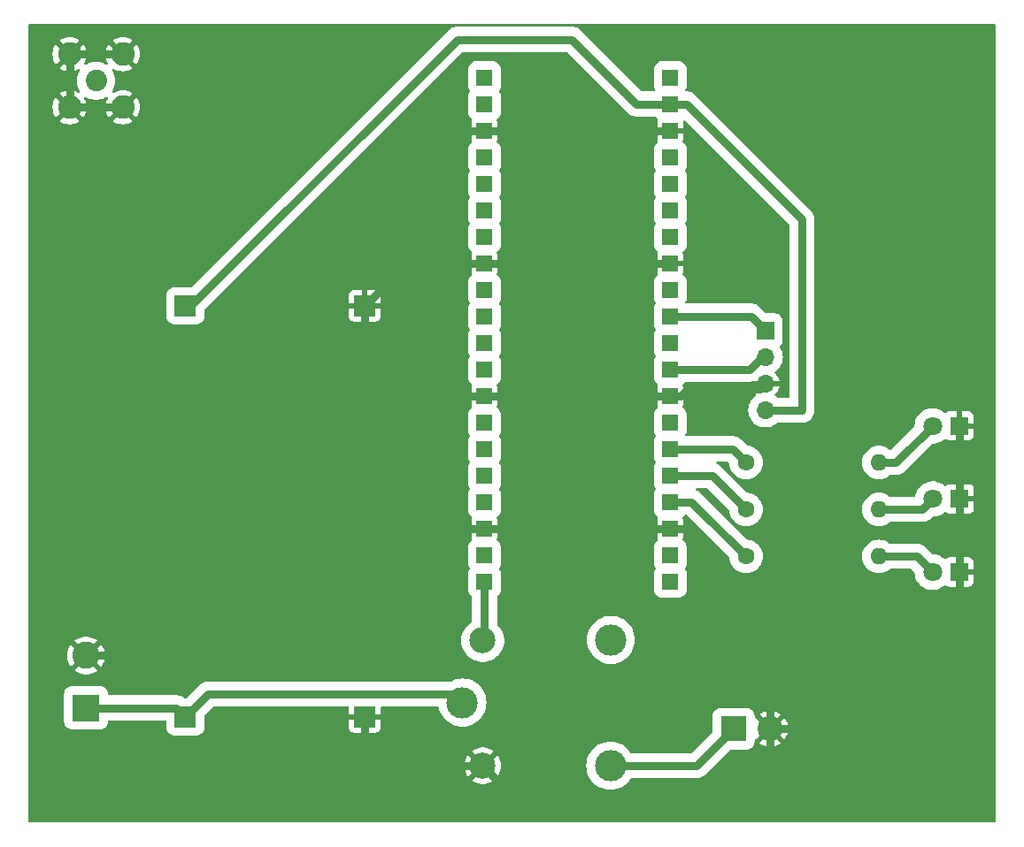
<source format=gbr>
%TF.GenerationSoftware,KiCad,Pcbnew,8.0.2*%
%TF.CreationDate,2024-05-25T14:23:29+03:00*%
%TF.ProjectId,LoRa_irrigation_system,4c6f5261-5f69-4727-9269-676174696f6e,rev?*%
%TF.SameCoordinates,Original*%
%TF.FileFunction,Copper,L2,Bot*%
%TF.FilePolarity,Positive*%
%FSLAX46Y46*%
G04 Gerber Fmt 4.6, Leading zero omitted, Abs format (unit mm)*
G04 Created by KiCad (PCBNEW 8.0.2) date 2024-05-25 14:23:29*
%MOMM*%
%LPD*%
G01*
G04 APERTURE LIST*
%TA.AperFunction,ComponentPad*%
%ADD10C,2.050000*%
%TD*%
%TA.AperFunction,ComponentPad*%
%ADD11C,2.250000*%
%TD*%
%TA.AperFunction,ComponentPad*%
%ADD12R,1.800000X1.800000*%
%TD*%
%TA.AperFunction,ComponentPad*%
%ADD13C,1.800000*%
%TD*%
%TA.AperFunction,ComponentPad*%
%ADD14R,2.400000X2.400000*%
%TD*%
%TA.AperFunction,ComponentPad*%
%ADD15C,2.400000*%
%TD*%
%TA.AperFunction,ComponentPad*%
%ADD16R,2.600000X2.600000*%
%TD*%
%TA.AperFunction,ComponentPad*%
%ADD17C,2.600000*%
%TD*%
%TA.AperFunction,ComponentPad*%
%ADD18C,1.600000*%
%TD*%
%TA.AperFunction,ComponentPad*%
%ADD19O,1.600000X1.600000*%
%TD*%
%TA.AperFunction,ComponentPad*%
%ADD20R,2.000000X2.000000*%
%TD*%
%TA.AperFunction,ComponentPad*%
%ADD21R,1.508000X1.508000*%
%TD*%
%TA.AperFunction,ComponentPad*%
%ADD22R,1.700000X1.700000*%
%TD*%
%TA.AperFunction,ComponentPad*%
%ADD23O,1.700000X1.700000*%
%TD*%
%TA.AperFunction,ComponentPad*%
%ADD24C,3.000000*%
%TD*%
%TA.AperFunction,ComponentPad*%
%ADD25C,2.500000*%
%TD*%
%TA.AperFunction,Conductor*%
%ADD26C,0.800000*%
%TD*%
G04 APERTURE END LIST*
D10*
%TO.P,J4,1,In*%
%TO.N,Net-(J4-In)*%
X91960000Y-48960000D03*
D11*
%TO.P,J4,2,Ext*%
%TO.N,GND*%
X94500000Y-51500000D03*
X94500000Y-46420000D03*
X89420000Y-51500000D03*
X89420000Y-46420000D03*
%TD*%
D12*
%TO.P,D2,1,K*%
%TO.N,GND*%
X174540000Y-89000000D03*
D13*
%TO.P,D2,2,A*%
%TO.N,Net-(D2-A)*%
X172000000Y-89000000D03*
%TD*%
D12*
%TO.P,D1,1,K*%
%TO.N,GND*%
X174510000Y-82000000D03*
D13*
%TO.P,D1,2,A*%
%TO.N,Net-(D1-A)*%
X171970000Y-82000000D03*
%TD*%
D14*
%TO.P,J3,1,Pin_1*%
%TO.N,Pump active*%
X152950000Y-111000000D03*
D15*
%TO.P,J3,2,Pin_2*%
%TO.N,GND*%
X156450000Y-111000000D03*
%TD*%
D16*
%TO.P,J1,1,Pin_1*%
%TO.N,+12V*%
X91000000Y-109000000D03*
D17*
%TO.P,J1,2,Pin_2*%
%TO.N,GND*%
X91000000Y-104000000D03*
%TD*%
D18*
%TO.P,R2,1*%
%TO.N,MoistureOK*%
X154150000Y-90000000D03*
D19*
%TO.P,R2,2*%
%TO.N,Net-(D2-A)*%
X166850000Y-90000000D03*
%TD*%
D20*
%TO.P,U1,1,IN+*%
%TO.N,+12V*%
X100500000Y-109873000D03*
%TO.P,U1,2,IN-*%
%TO.N,GND*%
X117645000Y-109873000D03*
%TO.P,U1,3,OUT-*%
X117645000Y-70503000D03*
%TO.P,U1,4,OUT+*%
%TO.N,+3.3V*%
X100500000Y-70503000D03*
%TD*%
D21*
%TO.P,U2,3V3,3V3*%
%TO.N,unconnected-(U2-Pad3V3)*%
X146890000Y-58800000D03*
%TO.P,U2,3V3_EN,3V3_EN*%
%TO.N,unconnected-(U2-Pad3V3_EN)*%
X146890000Y-56260000D03*
%TO.P,U2,ADC_VREF,ADC_VREF*%
%TO.N,unconnected-(U2-PadADC_VREF)*%
X146890000Y-61340000D03*
%TO.P,U2,AGND,AGND*%
%TO.N,GND*%
X146890000Y-66420000D03*
%TO.P,U2,GND,GND*%
X146890000Y-53720000D03*
%TO.P,U2,GND2,GND2*%
X146890000Y-79120000D03*
%TO.P,U2,GND3,GND3*%
X146890000Y-91820000D03*
%TO.P,U2,GND4,GND4*%
X129110000Y-53720000D03*
%TO.P,U2,GND5,GND5*%
X129110000Y-66420000D03*
%TO.P,U2,GND6,GND6*%
X129110000Y-79120000D03*
%TO.P,U2,GND7,GND7*%
X129110000Y-91820000D03*
%TO.P,U2,GP0,GP0*%
%TO.N,RESET*%
X129110000Y-48640000D03*
%TO.P,U2,GP1,GP1*%
%TO.N,NSS*%
X129110000Y-51180000D03*
%TO.P,U2,GP2,GP2*%
%TO.N,SCK*%
X129110000Y-56260000D03*
%TO.P,U2,GP3,GP3*%
%TO.N,MOSI*%
X129110000Y-58800000D03*
%TO.P,U2,GP4,GP4*%
%TO.N,MISO*%
X129110000Y-61340000D03*
%TO.P,U2,GP5,GP5*%
%TO.N,DIO0*%
X129110000Y-63880000D03*
%TO.P,U2,GP6,GP6*%
%TO.N,unconnected-(U2-PadGP6)*%
X129110000Y-68960000D03*
%TO.P,U2,GP7,GP7*%
%TO.N,unconnected-(U2-PadGP7)*%
X129110000Y-71500000D03*
%TO.P,U2,GP8,GP8*%
%TO.N,unconnected-(U2-PadGP8)*%
X129110000Y-74040000D03*
%TO.P,U2,GP9,GP9*%
%TO.N,unconnected-(U2-PadGP9)*%
X129110000Y-76580000D03*
%TO.P,U2,GP10,GP10*%
%TO.N,unconnected-(U2-PadGP10)*%
X129110000Y-81660000D03*
%TO.P,U2,GP11,GP11*%
%TO.N,unconnected-(U2-PadGP11)*%
X129110000Y-84200000D03*
%TO.P,U2,GP12,GP12*%
%TO.N,unconnected-(U2-PadGP12)*%
X129110000Y-86740000D03*
%TO.P,U2,GP13,GP13*%
%TO.N,unconnected-(U2-PadGP13)*%
X129110000Y-89280000D03*
%TO.P,U2,GP14,GP14*%
%TO.N,unconnected-(U2-PadGP14)*%
X129110000Y-94360000D03*
%TO.P,U2,GP15,GP15*%
%TO.N,RelayON*%
X129110000Y-96900000D03*
%TO.P,U2,GP16,GP16*%
%TO.N,unconnected-(U2-PadGP16)*%
X146890000Y-96900000D03*
%TO.P,U2,GP17,GP17*%
%TO.N,unconnected-(U2-PadGP17)*%
X146890000Y-94360000D03*
%TO.P,U2,GP18,GP18*%
%TO.N,MoistureLOW*%
X146890000Y-89280000D03*
%TO.P,U2,GP19,GP19*%
%TO.N,MoistureOK*%
X146890000Y-86740000D03*
%TO.P,U2,GP20,GP20*%
%TO.N,IrrigON*%
X146890000Y-84200000D03*
%TO.P,U2,GP21,GP21*%
%TO.N,unconnected-(U2-PadGP21)*%
X146890000Y-81660000D03*
%TO.P,U2,GP22,GP22*%
%TO.N,D0*%
X146890000Y-76580000D03*
%TO.P,U2,GP26_A0,GP26_A0*%
%TO.N,A0*%
X146890000Y-71500000D03*
%TO.P,U2,GP27_A1,GP27_A1*%
%TO.N,unconnected-(U2-PadGP27_A1)*%
X146890000Y-68960000D03*
%TO.P,U2,GP28_A2,GP28_A2*%
%TO.N,unconnected-(U2-PadGP28_A2)*%
X146890000Y-63880000D03*
%TO.P,U2,RUN,RUN*%
%TO.N,unconnected-(U2-PadRUN)*%
X146890000Y-74040000D03*
%TO.P,U2,VBUS,VBUS*%
%TO.N,unconnected-(U2-PadVBUS)*%
X146890000Y-48640000D03*
%TO.P,U2,VSYS,VSYS*%
%TO.N,+3.3V*%
X146890000Y-51180000D03*
%TD*%
D22*
%TO.P,J2,1,Pin_1*%
%TO.N,A0*%
X156000000Y-72880000D03*
D23*
%TO.P,J2,2,Pin_2*%
%TO.N,D0*%
X156000000Y-75420000D03*
%TO.P,J2,3,Pin_3*%
%TO.N,GND*%
X156000000Y-77960000D03*
%TO.P,J2,4,Pin_4*%
%TO.N,+3.3V*%
X156000000Y-80500000D03*
%TD*%
D24*
%TO.P,K2,1*%
%TO.N,+12V*%
X127000000Y-108500000D03*
D25*
%TO.P,K2,2*%
%TO.N,GND*%
X128950000Y-114550000D03*
D24*
%TO.P,K2,3*%
%TO.N,Pump active*%
X141150000Y-114550000D03*
%TO.P,K2,4*%
%TO.N,unconnected-(K2-Pad4)*%
X141200000Y-102500000D03*
D25*
%TO.P,K2,5*%
%TO.N,RelayON*%
X128950000Y-102550000D03*
%TD*%
D18*
%TO.P,R3,1*%
%TO.N,MoistureLOW*%
X154150000Y-94500000D03*
D19*
%TO.P,R3,2*%
%TO.N,Net-(D3-A)*%
X166850000Y-94500000D03*
%TD*%
D18*
%TO.P,R1,1*%
%TO.N,IrrigON*%
X154150000Y-85500000D03*
D19*
%TO.P,R1,2*%
%TO.N,Net-(D1-A)*%
X166850000Y-85500000D03*
%TD*%
D12*
%TO.P,D3,1,K*%
%TO.N,GND*%
X174510000Y-96000000D03*
D13*
%TO.P,D3,2,A*%
%TO.N,Net-(D3-A)*%
X171970000Y-96000000D03*
%TD*%
D26*
%TO.N,GND*%
X155510000Y-78450000D02*
X156000000Y-77960000D01*
X117645000Y-109873000D02*
X117645000Y-114645000D01*
X117645000Y-114645000D02*
X118000000Y-115000000D01*
X152500000Y-96406000D02*
X150943629Y-94849629D01*
X118000000Y-115000000D02*
X118450000Y-114550000D01*
X125500000Y-66420000D02*
X121728000Y-66420000D01*
X121728000Y-66420000D02*
X117645000Y-70503000D01*
X132000000Y-117600000D02*
X132000000Y-118500000D01*
X132000000Y-118500000D02*
X156000000Y-118500000D01*
X154321572Y-97500000D02*
X152500000Y-97500000D01*
X94500000Y-51500000D02*
X89420000Y-51500000D01*
X156450000Y-99628428D02*
X154321572Y-97500000D01*
X156450000Y-111000000D02*
X156450000Y-99628428D01*
X116500000Y-98000000D02*
X117645000Y-96855000D01*
X156000000Y-118500000D02*
X156500000Y-118000000D01*
X150943629Y-93556371D02*
X149207258Y-91820000D01*
X129110000Y-66420000D02*
X125500000Y-66420000D01*
X174510000Y-107990000D02*
X174510000Y-96000000D01*
X171500000Y-111000000D02*
X174510000Y-107990000D01*
X129110000Y-79120000D02*
X125620000Y-79120000D01*
X129110000Y-91820000D02*
X125820000Y-91820000D01*
X150943629Y-94849629D02*
X150943629Y-93556371D01*
X174510000Y-82000000D02*
X174510000Y-88970000D01*
X125500000Y-79000000D02*
X125500000Y-66420000D01*
X129110000Y-53720000D02*
X146890000Y-53720000D01*
X125820000Y-91820000D02*
X125500000Y-91500000D01*
X126220000Y-53720000D02*
X126000000Y-53500000D01*
X149207258Y-91820000D02*
X146890000Y-91820000D01*
X174510000Y-89030000D02*
X174540000Y-89000000D01*
X118450000Y-114550000D02*
X128950000Y-114550000D01*
X174510000Y-96000000D02*
X174510000Y-89030000D01*
X174510000Y-88970000D02*
X174540000Y-89000000D01*
X112000000Y-104000000D02*
X116500000Y-99500000D01*
X146890000Y-79120000D02*
X147880000Y-79120000D01*
X125500000Y-54000000D02*
X125500000Y-66420000D01*
X125620000Y-79120000D02*
X125500000Y-79000000D01*
X129110000Y-66420000D02*
X146890000Y-66420000D01*
X91000000Y-104000000D02*
X112000000Y-104000000D01*
X148550000Y-78450000D02*
X155510000Y-78450000D01*
X152500000Y-97500000D02*
X152500000Y-96406000D01*
X94500000Y-46420000D02*
X89420000Y-46420000D01*
X156450000Y-111000000D02*
X171500000Y-111000000D01*
X156500000Y-118000000D02*
X156450000Y-117950000D01*
X117645000Y-96855000D02*
X117645000Y-70503000D01*
X147880000Y-79120000D02*
X148550000Y-78450000D01*
X89420000Y-46420000D02*
X89420000Y-51500000D01*
X129110000Y-79120000D02*
X146890000Y-79120000D01*
X125500000Y-91500000D02*
X125620000Y-91380000D01*
X128950000Y-114550000D02*
X132000000Y-117600000D01*
X129110000Y-91820000D02*
X146890000Y-91820000D01*
X156450000Y-117950000D02*
X156450000Y-111000000D01*
X129110000Y-53720000D02*
X126220000Y-53720000D01*
X126000000Y-53500000D02*
X125500000Y-54000000D01*
X116500000Y-99500000D02*
X116500000Y-98000000D01*
X125620000Y-91380000D02*
X125620000Y-79120000D01*
%TO.N,Net-(D1-A)*%
X166850000Y-85500000D02*
X168470000Y-85500000D01*
X168470000Y-85500000D02*
X171970000Y-82000000D01*
%TO.N,Net-(D2-A)*%
X171000000Y-90000000D02*
X172000000Y-89000000D01*
X166850000Y-90000000D02*
X171000000Y-90000000D01*
%TO.N,Net-(D3-A)*%
X170470000Y-94500000D02*
X171970000Y-96000000D01*
X166850000Y-94500000D02*
X170470000Y-94500000D01*
%TO.N,+12V*%
X102700000Y-107673000D02*
X126173000Y-107673000D01*
X91000000Y-109000000D02*
X99627000Y-109000000D01*
X99627000Y-109000000D02*
X100500000Y-109873000D01*
X126173000Y-107673000D02*
X127000000Y-108500000D01*
X100500000Y-109873000D02*
X102700000Y-107673000D01*
%TO.N,D0*%
X155640862Y-75420000D02*
X156000000Y-75420000D01*
X154480862Y-76580000D02*
X155640862Y-75420000D01*
X146890000Y-76580000D02*
X154480862Y-76580000D01*
%TO.N,+3.3V*%
X126500000Y-45000000D02*
X137500000Y-45000000D01*
X100997000Y-70503000D02*
X126500000Y-45000000D01*
X148444000Y-51180000D02*
X159500000Y-62236000D01*
X100500000Y-70503000D02*
X100997000Y-70503000D01*
X159500000Y-62236000D02*
X159500000Y-80500000D01*
X137500000Y-45000000D02*
X143680000Y-51180000D01*
X159500000Y-80500000D02*
X156000000Y-80500000D01*
X143680000Y-51180000D02*
X146890000Y-51180000D01*
X146890000Y-51180000D02*
X148444000Y-51180000D01*
%TO.N,A0*%
X154620000Y-71500000D02*
X156000000Y-72880000D01*
X146890000Y-71500000D02*
X154620000Y-71500000D01*
%TO.N,Pump active*%
X149400000Y-114550000D02*
X152950000Y-111000000D01*
X141150000Y-114550000D02*
X149400000Y-114550000D01*
%TO.N,RelayON*%
X129110000Y-102390000D02*
X128950000Y-102550000D01*
X129110000Y-96900000D02*
X129110000Y-102390000D01*
%TO.N,MoistureOK*%
X146890000Y-86740000D02*
X150890000Y-86740000D01*
X150890000Y-86740000D02*
X154150000Y-90000000D01*
%TO.N,MoistureLOW*%
X146890000Y-89280000D02*
X148930000Y-89280000D01*
X148930000Y-89280000D02*
X154150000Y-94500000D01*
%TO.N,IrrigON*%
X152850000Y-84200000D02*
X154150000Y-85500000D01*
X146890000Y-84200000D02*
X152850000Y-84200000D01*
%TD*%
%TA.AperFunction,Conductor*%
%TO.N,GND*%
G36*
X148334574Y-52771125D02*
G01*
X148351537Y-52785301D01*
X158263181Y-62696945D01*
X158296666Y-62758268D01*
X158299500Y-62784626D01*
X158299500Y-79175500D01*
X158279815Y-79242539D01*
X158227011Y-79288294D01*
X158175500Y-79299500D01*
X157181531Y-79299500D01*
X157114492Y-79279815D01*
X157101000Y-79269790D01*
X156973143Y-79160590D01*
X156973135Y-79160584D01*
X156943229Y-79142258D01*
X156896354Y-79090447D01*
X156884931Y-79021517D01*
X156912588Y-78957354D01*
X156920338Y-78948850D01*
X157038105Y-78831082D01*
X157173600Y-78637578D01*
X157273429Y-78423492D01*
X157273432Y-78423486D01*
X157330636Y-78210000D01*
X156433012Y-78210000D01*
X156465925Y-78152993D01*
X156500000Y-78025826D01*
X156500000Y-77894174D01*
X156465925Y-77767007D01*
X156433012Y-77710000D01*
X157330636Y-77710000D01*
X157330635Y-77709999D01*
X157273432Y-77496513D01*
X157273429Y-77496507D01*
X157173600Y-77282422D01*
X157173599Y-77282420D01*
X157038113Y-77088926D01*
X156920337Y-76971149D01*
X156886853Y-76909826D01*
X156891837Y-76840134D01*
X156933709Y-76784201D01*
X156943223Y-76777744D01*
X156973140Y-76759412D01*
X157170689Y-76590689D01*
X157339412Y-76393140D01*
X157475154Y-76171628D01*
X157574573Y-75931610D01*
X157635221Y-75678994D01*
X157655604Y-75420000D01*
X157635221Y-75161006D01*
X157574573Y-74908390D01*
X157516334Y-74767790D01*
X157475154Y-74668371D01*
X157362297Y-74484205D01*
X157344052Y-74416759D01*
X157365168Y-74350157D01*
X157380333Y-74331744D01*
X157479816Y-74232262D01*
X157575789Y-74079522D01*
X157635368Y-73909255D01*
X157650500Y-73774954D01*
X157650500Y-71985046D01*
X157645565Y-71941246D01*
X157635369Y-71850750D01*
X157635368Y-71850745D01*
X157576410Y-71682254D01*
X157575789Y-71680478D01*
X157479816Y-71527738D01*
X157352262Y-71400184D01*
X157199523Y-71304211D01*
X157029254Y-71244631D01*
X157029249Y-71244630D01*
X156894960Y-71229500D01*
X156894954Y-71229500D01*
X156098626Y-71229500D01*
X156031587Y-71209815D01*
X156010945Y-71193181D01*
X155402076Y-70584312D01*
X155402074Y-70584310D01*
X155249199Y-70473240D01*
X155080836Y-70387454D01*
X154901118Y-70329059D01*
X154714486Y-70299500D01*
X154714481Y-70299500D01*
X148445876Y-70299500D01*
X148378837Y-70279815D01*
X148333082Y-70227011D01*
X148323138Y-70157853D01*
X148340882Y-70109528D01*
X148357671Y-70082807D01*
X148369789Y-70063522D01*
X148429368Y-69893255D01*
X148444500Y-69758954D01*
X148444500Y-68161046D01*
X148429368Y-68026745D01*
X148369789Y-67856478D01*
X148273816Y-67703738D01*
X148146262Y-67576184D01*
X148135655Y-67569519D01*
X148089366Y-67517184D01*
X148078719Y-67448131D01*
X148085448Y-67421193D01*
X148137597Y-67281376D01*
X148137598Y-67281372D01*
X148143999Y-67221844D01*
X148144000Y-67221827D01*
X148144000Y-66670000D01*
X147323012Y-66670000D01*
X147355925Y-66612993D01*
X147390000Y-66485826D01*
X147390000Y-66354174D01*
X147355925Y-66227007D01*
X147323012Y-66170000D01*
X148144000Y-66170000D01*
X148144000Y-65618172D01*
X148143999Y-65618155D01*
X148137598Y-65558627D01*
X148137597Y-65558623D01*
X148085448Y-65418805D01*
X148080464Y-65349113D01*
X148113949Y-65287790D01*
X148135655Y-65270480D01*
X148146262Y-65263816D01*
X148273816Y-65136262D01*
X148369789Y-64983522D01*
X148429368Y-64813255D01*
X148444500Y-64678954D01*
X148444500Y-63081046D01*
X148429368Y-62946745D01*
X148369789Y-62776478D01*
X148369788Y-62776476D01*
X148369788Y-62776475D01*
X148306637Y-62675973D01*
X148287636Y-62608736D01*
X148306637Y-62544027D01*
X148369788Y-62443524D01*
X148429368Y-62273254D01*
X148429369Y-62273249D01*
X148444211Y-62141519D01*
X148444500Y-62138954D01*
X148444500Y-60541046D01*
X148429368Y-60406745D01*
X148369789Y-60236478D01*
X148369788Y-60236476D01*
X148369788Y-60236475D01*
X148306637Y-60135973D01*
X148287636Y-60068736D01*
X148306637Y-60004027D01*
X148369788Y-59903524D01*
X148429368Y-59733254D01*
X148429369Y-59733249D01*
X148444499Y-59598960D01*
X148444500Y-59598956D01*
X148444500Y-58001043D01*
X148444499Y-58001039D01*
X148429369Y-57866750D01*
X148429368Y-57866745D01*
X148369788Y-57696475D01*
X148306637Y-57595973D01*
X148287636Y-57528736D01*
X148306637Y-57464027D01*
X148369788Y-57363524D01*
X148429368Y-57193254D01*
X148429369Y-57193249D01*
X148444499Y-57058960D01*
X148444500Y-57058956D01*
X148444500Y-55461043D01*
X148444499Y-55461039D01*
X148429369Y-55326750D01*
X148429368Y-55326745D01*
X148369788Y-55156476D01*
X148273815Y-55003737D01*
X148146263Y-54876185D01*
X148146262Y-54876184D01*
X148135655Y-54869519D01*
X148089366Y-54817184D01*
X148078719Y-54748131D01*
X148085448Y-54721193D01*
X148137597Y-54581376D01*
X148137598Y-54581372D01*
X148143999Y-54521844D01*
X148144000Y-54521827D01*
X148144000Y-53970000D01*
X147323012Y-53970000D01*
X147355925Y-53912993D01*
X147390000Y-53785826D01*
X147390000Y-53654174D01*
X147355925Y-53527007D01*
X147323012Y-53470000D01*
X148144000Y-53470000D01*
X148144000Y-52918172D01*
X148143999Y-52918158D01*
X148140567Y-52886239D01*
X148152971Y-52817479D01*
X148200581Y-52766341D01*
X148268280Y-52749061D01*
X148334574Y-52771125D01*
G37*
%TD.AperFunction*%
%TA.AperFunction,Conductor*%
G36*
X177942539Y-43520185D02*
G01*
X177988294Y-43572989D01*
X177999500Y-43624500D01*
X177999500Y-119875500D01*
X177979815Y-119942539D01*
X177927011Y-119988294D01*
X177875500Y-119999500D01*
X85624500Y-119999500D01*
X85557461Y-119979815D01*
X85511706Y-119927011D01*
X85500500Y-119875500D01*
X85500500Y-114549995D01*
X127195093Y-114549995D01*
X127195093Y-114550004D01*
X127214692Y-114811545D01*
X127214693Y-114811550D01*
X127273058Y-115067270D01*
X127368883Y-115311426D01*
X127368882Y-115311426D01*
X127500027Y-115538573D01*
X127547874Y-115598571D01*
X128467037Y-114679409D01*
X128484075Y-114742993D01*
X128549901Y-114857007D01*
X128642993Y-114950099D01*
X128757007Y-115015925D01*
X128820590Y-115032962D01*
X127900830Y-115952720D01*
X128072546Y-116069793D01*
X128072550Y-116069795D01*
X128308854Y-116183594D01*
X128308858Y-116183595D01*
X128559494Y-116260907D01*
X128559500Y-116260909D01*
X128818848Y-116299999D01*
X128818857Y-116300000D01*
X129081143Y-116300000D01*
X129081151Y-116299999D01*
X129340499Y-116260909D01*
X129340505Y-116260907D01*
X129591143Y-116183595D01*
X129827445Y-116069798D01*
X129827447Y-116069797D01*
X129999168Y-115952720D01*
X129079409Y-115032962D01*
X129142993Y-115015925D01*
X129257007Y-114950099D01*
X129350099Y-114857007D01*
X129415925Y-114742993D01*
X129432962Y-114679409D01*
X130352125Y-115598572D01*
X130399971Y-115538573D01*
X130531116Y-115311426D01*
X130626941Y-115067270D01*
X130685306Y-114811550D01*
X130685307Y-114811545D01*
X130704907Y-114550004D01*
X130704907Y-114550000D01*
X138844564Y-114550000D01*
X138864287Y-114850918D01*
X138864288Y-114850930D01*
X138923118Y-115146683D01*
X138923122Y-115146698D01*
X139020053Y-115432247D01*
X139020062Y-115432268D01*
X139153431Y-115702713D01*
X139153435Y-115702720D01*
X139320973Y-115953459D01*
X139519810Y-116180189D01*
X139746540Y-116379026D01*
X139997279Y-116546564D01*
X139997286Y-116546568D01*
X140267731Y-116679937D01*
X140267736Y-116679939D01*
X140267748Y-116679945D01*
X140553309Y-116776880D01*
X140753251Y-116816651D01*
X140849069Y-116835711D01*
X140849070Y-116835711D01*
X140849080Y-116835713D01*
X141150000Y-116855436D01*
X141450920Y-116835713D01*
X141746691Y-116776880D01*
X142032252Y-116679945D01*
X142302718Y-116546566D01*
X142553461Y-116379025D01*
X142780189Y-116180189D01*
X142979025Y-115953461D01*
X143077816Y-115805610D01*
X143131428Y-115760804D01*
X143180918Y-115750500D01*
X149494486Y-115750500D01*
X149681118Y-115720940D01*
X149860832Y-115662547D01*
X150029199Y-115576760D01*
X150182074Y-115465690D01*
X152610945Y-113036819D01*
X152672268Y-113003334D01*
X152698626Y-113000500D01*
X154194957Y-113000500D01*
X154194958Y-113000499D01*
X154262104Y-112992934D01*
X154329249Y-112985369D01*
X154329252Y-112985368D01*
X154329255Y-112985368D01*
X154499522Y-112925789D01*
X154652262Y-112829816D01*
X154779816Y-112702262D01*
X154875789Y-112549522D01*
X154935368Y-112379255D01*
X154936779Y-112366738D01*
X154942934Y-112312104D01*
X154950500Y-112244954D01*
X154950500Y-112136684D01*
X154970185Y-112069645D01*
X155022989Y-112023890D01*
X155081454Y-112012879D01*
X155083454Y-112012991D01*
X155885387Y-111211058D01*
X155890889Y-111231591D01*
X155969881Y-111368408D01*
X156081592Y-111480119D01*
X156218409Y-111559111D01*
X156238940Y-111564612D01*
X155436813Y-112366738D01*
X155597616Y-112476371D01*
X155597624Y-112476376D01*
X155827176Y-112586921D01*
X155827174Y-112586921D01*
X156070652Y-112662024D01*
X156070658Y-112662026D01*
X156322595Y-112699999D01*
X156322604Y-112700000D01*
X156577396Y-112700000D01*
X156577404Y-112699999D01*
X156829341Y-112662026D01*
X156829347Y-112662024D01*
X157072824Y-112586921D01*
X157302376Y-112476376D01*
X157302377Y-112476375D01*
X157463185Y-112366738D01*
X156661060Y-111564612D01*
X156681591Y-111559111D01*
X156818408Y-111480119D01*
X156930119Y-111368408D01*
X157009111Y-111231591D01*
X157014612Y-111211059D01*
X157816544Y-112012992D01*
X157816546Y-112012991D01*
X157858544Y-111960330D01*
X157985941Y-111739671D01*
X158079026Y-111502494D01*
X158079031Y-111502477D01*
X158135726Y-111254079D01*
X158154767Y-111000004D01*
X158154767Y-110999995D01*
X158135726Y-110745920D01*
X158079031Y-110497522D01*
X158079026Y-110497505D01*
X157985941Y-110260328D01*
X157985942Y-110260328D01*
X157858545Y-110039672D01*
X157816545Y-109987006D01*
X157014612Y-110788939D01*
X157009111Y-110768409D01*
X156930119Y-110631592D01*
X156818408Y-110519881D01*
X156681591Y-110440889D01*
X156661059Y-110435387D01*
X157463185Y-109633260D01*
X157302384Y-109523628D01*
X157302376Y-109523623D01*
X157072823Y-109413078D01*
X157072825Y-109413078D01*
X156829347Y-109337975D01*
X156829341Y-109337973D01*
X156577404Y-109300000D01*
X156322595Y-109300000D01*
X156070658Y-109337973D01*
X156070652Y-109337975D01*
X155827175Y-109413078D01*
X155597622Y-109523625D01*
X155597609Y-109523632D01*
X155436813Y-109633259D01*
X156238941Y-110435387D01*
X156218409Y-110440889D01*
X156081592Y-110519881D01*
X155969881Y-110631592D01*
X155890889Y-110768409D01*
X155885387Y-110788941D01*
X155083452Y-109987006D01*
X155081452Y-109987119D01*
X155013414Y-109971224D01*
X154964771Y-109921068D01*
X154950500Y-109863314D01*
X154950500Y-109755043D01*
X154950499Y-109755039D01*
X154935369Y-109620750D01*
X154935368Y-109620745D01*
X154901384Y-109523625D01*
X154875789Y-109450478D01*
X154858523Y-109423000D01*
X154832917Y-109382247D01*
X154779816Y-109297738D01*
X154652262Y-109170184D01*
X154499523Y-109074211D01*
X154329254Y-109014631D01*
X154329249Y-109014630D01*
X154194960Y-108999500D01*
X154194954Y-108999500D01*
X151705046Y-108999500D01*
X151705039Y-108999500D01*
X151570750Y-109014630D01*
X151570745Y-109014631D01*
X151400476Y-109074211D01*
X151247737Y-109170184D01*
X151120184Y-109297737D01*
X151024211Y-109450476D01*
X150964631Y-109620745D01*
X150964630Y-109620750D01*
X150949500Y-109755039D01*
X150949500Y-111251374D01*
X150929815Y-111318413D01*
X150913181Y-111339055D01*
X148939055Y-113313181D01*
X148877732Y-113346666D01*
X148851374Y-113349500D01*
X143180918Y-113349500D01*
X143113879Y-113329815D01*
X143077816Y-113294390D01*
X142979026Y-113146540D01*
X142780189Y-112919810D01*
X142553459Y-112720973D01*
X142302720Y-112553435D01*
X142302713Y-112553431D01*
X142032268Y-112420062D01*
X142032247Y-112420053D01*
X141746698Y-112323122D01*
X141746692Y-112323120D01*
X141746691Y-112323120D01*
X141746689Y-112323119D01*
X141746683Y-112323118D01*
X141450930Y-112264288D01*
X141450921Y-112264287D01*
X141450920Y-112264287D01*
X141150000Y-112244564D01*
X140849080Y-112264287D01*
X140849079Y-112264287D01*
X140849069Y-112264288D01*
X140553316Y-112323118D01*
X140553301Y-112323122D01*
X140267752Y-112420053D01*
X140267731Y-112420062D01*
X139997286Y-112553431D01*
X139997279Y-112553435D01*
X139746540Y-112720973D01*
X139519810Y-112919810D01*
X139320973Y-113146540D01*
X139153435Y-113397279D01*
X139153431Y-113397286D01*
X139020062Y-113667731D01*
X139020053Y-113667752D01*
X138923122Y-113953301D01*
X138923118Y-113953316D01*
X138864288Y-114249069D01*
X138864287Y-114249081D01*
X138844564Y-114550000D01*
X130704907Y-114550000D01*
X130704907Y-114549995D01*
X130685307Y-114288454D01*
X130685306Y-114288449D01*
X130626941Y-114032729D01*
X130531116Y-113788573D01*
X130531117Y-113788573D01*
X130399972Y-113561426D01*
X130352124Y-113501427D01*
X129432962Y-114420589D01*
X129415925Y-114357007D01*
X129350099Y-114242993D01*
X129257007Y-114149901D01*
X129142993Y-114084075D01*
X129079410Y-114067037D01*
X129999168Y-113147278D01*
X129827454Y-113030206D01*
X129827445Y-113030201D01*
X129591142Y-112916404D01*
X129591144Y-112916404D01*
X129340505Y-112839092D01*
X129340499Y-112839090D01*
X129081151Y-112800000D01*
X128818848Y-112800000D01*
X128559500Y-112839090D01*
X128559494Y-112839092D01*
X128308858Y-112916404D01*
X128308854Y-112916405D01*
X128072547Y-113030205D01*
X128072539Y-113030210D01*
X127900830Y-113147277D01*
X128820590Y-114067037D01*
X128757007Y-114084075D01*
X128642993Y-114149901D01*
X128549901Y-114242993D01*
X128484075Y-114357007D01*
X128467037Y-114420589D01*
X127547874Y-113501427D01*
X127500028Y-113561425D01*
X127368883Y-113788573D01*
X127273058Y-114032729D01*
X127214693Y-114288449D01*
X127214692Y-114288454D01*
X127195093Y-114549995D01*
X85500500Y-114549995D01*
X85500500Y-107655039D01*
X88899500Y-107655039D01*
X88899500Y-110344960D01*
X88914630Y-110479249D01*
X88914631Y-110479254D01*
X88974211Y-110649523D01*
X89070184Y-110802262D01*
X89197738Y-110929816D01*
X89350478Y-111025789D01*
X89502521Y-111078991D01*
X89520745Y-111085368D01*
X89520750Y-111085369D01*
X89611246Y-111095565D01*
X89655040Y-111100499D01*
X89655043Y-111100500D01*
X89655046Y-111100500D01*
X92344957Y-111100500D01*
X92344958Y-111100499D01*
X92412104Y-111092934D01*
X92479249Y-111085369D01*
X92479252Y-111085368D01*
X92479255Y-111085368D01*
X92649522Y-111025789D01*
X92802262Y-110929816D01*
X92929816Y-110802262D01*
X93025789Y-110649522D01*
X93085368Y-110479255D01*
X93100500Y-110344954D01*
X93100500Y-110324500D01*
X93120185Y-110257461D01*
X93172989Y-110211706D01*
X93224500Y-110200500D01*
X98575500Y-110200500D01*
X98642539Y-110220185D01*
X98688294Y-110272989D01*
X98699500Y-110324500D01*
X98699500Y-110917960D01*
X98714630Y-111052249D01*
X98714631Y-111052254D01*
X98774211Y-111222523D01*
X98856543Y-111353553D01*
X98870184Y-111375262D01*
X98997738Y-111502816D01*
X99150478Y-111598789D01*
X99320745Y-111658368D01*
X99320750Y-111658369D01*
X99411246Y-111668565D01*
X99455040Y-111673499D01*
X99455043Y-111673500D01*
X99455046Y-111673500D01*
X101544957Y-111673500D01*
X101544958Y-111673499D01*
X101612104Y-111665934D01*
X101679249Y-111658369D01*
X101679252Y-111658368D01*
X101679255Y-111658368D01*
X101849522Y-111598789D01*
X102002262Y-111502816D01*
X102129816Y-111375262D01*
X102225789Y-111222522D01*
X102285368Y-111052255D01*
X102300500Y-110917954D01*
X102300500Y-109821625D01*
X102320185Y-109754586D01*
X102336819Y-109733944D01*
X103160944Y-108909819D01*
X103222267Y-108876334D01*
X103248625Y-108873500D01*
X116021000Y-108873500D01*
X116088039Y-108893185D01*
X116133794Y-108945989D01*
X116145000Y-108997500D01*
X116145000Y-109623000D01*
X117269722Y-109623000D01*
X117225667Y-109699306D01*
X117195000Y-109813756D01*
X117195000Y-109932244D01*
X117225667Y-110046694D01*
X117269722Y-110123000D01*
X116145000Y-110123000D01*
X116145000Y-110920844D01*
X116151401Y-110980372D01*
X116151403Y-110980379D01*
X116201645Y-111115086D01*
X116201649Y-111115093D01*
X116287809Y-111230187D01*
X116287812Y-111230190D01*
X116402906Y-111316350D01*
X116402913Y-111316354D01*
X116537620Y-111366596D01*
X116537627Y-111366598D01*
X116597155Y-111372999D01*
X116597172Y-111373000D01*
X117395000Y-111373000D01*
X117395000Y-110248277D01*
X117471306Y-110292333D01*
X117585756Y-110323000D01*
X117704244Y-110323000D01*
X117818694Y-110292333D01*
X117895000Y-110248277D01*
X117895000Y-111373000D01*
X118692828Y-111373000D01*
X118692844Y-111372999D01*
X118752372Y-111366598D01*
X118752379Y-111366596D01*
X118887086Y-111316354D01*
X118887093Y-111316350D01*
X119002187Y-111230190D01*
X119002190Y-111230187D01*
X119088350Y-111115093D01*
X119088354Y-111115086D01*
X119138596Y-110980379D01*
X119138598Y-110980372D01*
X119144999Y-110920844D01*
X119145000Y-110920827D01*
X119145000Y-110123000D01*
X118020278Y-110123000D01*
X118064333Y-110046694D01*
X118095000Y-109932244D01*
X118095000Y-109813756D01*
X118064333Y-109699306D01*
X118020278Y-109623000D01*
X119145000Y-109623000D01*
X119145000Y-108997500D01*
X119164685Y-108930461D01*
X119217489Y-108884706D01*
X119269000Y-108873500D01*
X124626960Y-108873500D01*
X124693999Y-108893185D01*
X124739754Y-108945989D01*
X124748577Y-108973308D01*
X124773119Y-109096686D01*
X124773122Y-109096698D01*
X124870053Y-109382247D01*
X124870062Y-109382268D01*
X125003431Y-109652713D01*
X125003435Y-109652720D01*
X125170973Y-109903459D01*
X125369810Y-110130189D01*
X125596540Y-110329026D01*
X125847279Y-110496564D01*
X125847286Y-110496568D01*
X126117731Y-110629937D01*
X126117736Y-110629939D01*
X126117748Y-110629945D01*
X126403309Y-110726880D01*
X126603251Y-110766651D01*
X126699069Y-110785711D01*
X126699070Y-110785711D01*
X126699080Y-110785713D01*
X127000000Y-110805436D01*
X127300920Y-110785713D01*
X127596691Y-110726880D01*
X127882252Y-110629945D01*
X128152718Y-110496566D01*
X128403461Y-110329025D01*
X128630189Y-110130189D01*
X128829025Y-109903461D01*
X128996566Y-109652718D01*
X129129945Y-109382252D01*
X129226880Y-109096691D01*
X129285713Y-108800920D01*
X129305436Y-108500000D01*
X129285713Y-108199080D01*
X129226880Y-107903309D01*
X129129945Y-107617748D01*
X129082108Y-107520745D01*
X128996568Y-107347286D01*
X128996564Y-107347279D01*
X128829026Y-107096540D01*
X128630189Y-106869810D01*
X128403459Y-106670973D01*
X128152720Y-106503435D01*
X128152713Y-106503431D01*
X127882268Y-106370062D01*
X127882247Y-106370053D01*
X127596698Y-106273122D01*
X127596692Y-106273120D01*
X127596691Y-106273120D01*
X127596689Y-106273119D01*
X127596683Y-106273118D01*
X127300930Y-106214288D01*
X127300921Y-106214287D01*
X127300920Y-106214287D01*
X127000000Y-106194564D01*
X126699080Y-106214287D01*
X126699079Y-106214287D01*
X126699069Y-106214288D01*
X126403316Y-106273118D01*
X126403301Y-106273122D01*
X126117752Y-106370053D01*
X126117731Y-106370062D01*
X125935941Y-106459712D01*
X125881097Y-106472500D01*
X102605514Y-106472500D01*
X102418881Y-106502059D01*
X102239163Y-106560454D01*
X102070800Y-106646240D01*
X102036759Y-106670973D01*
X101917927Y-106757310D01*
X101917925Y-106757312D01*
X101917924Y-106757312D01*
X100639055Y-108036181D01*
X100577732Y-108069666D01*
X100551374Y-108072500D01*
X100433109Y-108072500D01*
X100366070Y-108052815D01*
X100360224Y-108048818D01*
X100256202Y-107973242D01*
X100256201Y-107973241D01*
X100256199Y-107973240D01*
X100203620Y-107946450D01*
X100087836Y-107887454D01*
X99908118Y-107829059D01*
X99721486Y-107799500D01*
X99721481Y-107799500D01*
X93224500Y-107799500D01*
X93157461Y-107779815D01*
X93111706Y-107727011D01*
X93100500Y-107675500D01*
X93100500Y-107655043D01*
X93100499Y-107655039D01*
X93085369Y-107520750D01*
X93085368Y-107520745D01*
X93025788Y-107350476D01*
X92929815Y-107197737D01*
X92802262Y-107070184D01*
X92649523Y-106974211D01*
X92479254Y-106914631D01*
X92479249Y-106914630D01*
X92344960Y-106899500D01*
X92344954Y-106899500D01*
X89655046Y-106899500D01*
X89655039Y-106899500D01*
X89520750Y-106914630D01*
X89520745Y-106914631D01*
X89350476Y-106974211D01*
X89197737Y-107070184D01*
X89070184Y-107197737D01*
X88974211Y-107350476D01*
X88914631Y-107520745D01*
X88914630Y-107520750D01*
X88899500Y-107655039D01*
X85500500Y-107655039D01*
X85500500Y-103999995D01*
X89194953Y-103999995D01*
X89194953Y-104000004D01*
X89215113Y-104269026D01*
X89215113Y-104269028D01*
X89275142Y-104532033D01*
X89275148Y-104532052D01*
X89373709Y-104783181D01*
X89373708Y-104783181D01*
X89508602Y-105016822D01*
X89562294Y-105084151D01*
X89562295Y-105084151D01*
X90398958Y-104247488D01*
X90423978Y-104307890D01*
X90495112Y-104414351D01*
X90585649Y-104504888D01*
X90692110Y-104576022D01*
X90752510Y-104601041D01*
X89914848Y-105438702D01*
X90097483Y-105563220D01*
X90097485Y-105563221D01*
X90340539Y-105680269D01*
X90340537Y-105680269D01*
X90598337Y-105759790D01*
X90598343Y-105759792D01*
X90865101Y-105799999D01*
X90865110Y-105800000D01*
X91134890Y-105800000D01*
X91134898Y-105799999D01*
X91401656Y-105759792D01*
X91401662Y-105759790D01*
X91659461Y-105680269D01*
X91902521Y-105563218D01*
X92085150Y-105438702D01*
X91247488Y-104601041D01*
X91307890Y-104576022D01*
X91414351Y-104504888D01*
X91504888Y-104414351D01*
X91576022Y-104307890D01*
X91601041Y-104247488D01*
X92437703Y-105084151D01*
X92437704Y-105084150D01*
X92491393Y-105016828D01*
X92491400Y-105016817D01*
X92626290Y-104783181D01*
X92724851Y-104532052D01*
X92724857Y-104532033D01*
X92784886Y-104269028D01*
X92784886Y-104269026D01*
X92805047Y-104000004D01*
X92805047Y-103999995D01*
X92784886Y-103730973D01*
X92784886Y-103730971D01*
X92724857Y-103467966D01*
X92724851Y-103467947D01*
X92626290Y-103216818D01*
X92626291Y-103216818D01*
X92491397Y-102983177D01*
X92437704Y-102915847D01*
X91601041Y-103752510D01*
X91576022Y-103692110D01*
X91504888Y-103585649D01*
X91414351Y-103495112D01*
X91307890Y-103423978D01*
X91247488Y-103398958D01*
X92085150Y-102561296D01*
X92068582Y-102550000D01*
X126894709Y-102550000D01*
X126913851Y-102829862D01*
X126913852Y-102829864D01*
X126970921Y-103104499D01*
X126970926Y-103104516D01*
X127064863Y-103368828D01*
X127064864Y-103368830D01*
X127193919Y-103617896D01*
X127355688Y-103847069D01*
X127355692Y-103847073D01*
X127355692Y-103847074D01*
X127547154Y-104052080D01*
X127547155Y-104052081D01*
X127764754Y-104229111D01*
X127764756Y-104229112D01*
X127764757Y-104229113D01*
X128004433Y-104374863D01*
X128213257Y-104465567D01*
X128261725Y-104486620D01*
X128531839Y-104562303D01*
X128776159Y-104595884D01*
X128809741Y-104600500D01*
X128809742Y-104600500D01*
X129090259Y-104600500D01*
X129120219Y-104596381D01*
X129368161Y-104562303D01*
X129638275Y-104486620D01*
X129895568Y-104374862D01*
X130135246Y-104229111D01*
X130352845Y-104052081D01*
X130544312Y-103847069D01*
X130706081Y-103617896D01*
X130835136Y-103368830D01*
X130929075Y-103104511D01*
X130929076Y-103104504D01*
X130929078Y-103104499D01*
X130968280Y-102915847D01*
X130986148Y-102829862D01*
X131005291Y-102550000D01*
X131001871Y-102500000D01*
X138894564Y-102500000D01*
X138898581Y-102561296D01*
X138914287Y-102800918D01*
X138914288Y-102800930D01*
X138973118Y-103096683D01*
X138973122Y-103096698D01*
X139070053Y-103382247D01*
X139070062Y-103382268D01*
X139203431Y-103652713D01*
X139203435Y-103652720D01*
X139370973Y-103903459D01*
X139569810Y-104130189D01*
X139796540Y-104329026D01*
X140047279Y-104496564D01*
X140047286Y-104496568D01*
X140317731Y-104629937D01*
X140317736Y-104629939D01*
X140317748Y-104629945D01*
X140603309Y-104726880D01*
X140803251Y-104766651D01*
X140899069Y-104785711D01*
X140899070Y-104785711D01*
X140899080Y-104785713D01*
X141200000Y-104805436D01*
X141500920Y-104785713D01*
X141796691Y-104726880D01*
X142082252Y-104629945D01*
X142352718Y-104496566D01*
X142603461Y-104329025D01*
X142830189Y-104130189D01*
X143029025Y-103903461D01*
X143196566Y-103652718D01*
X143329945Y-103382252D01*
X143426880Y-103096691D01*
X143485713Y-102800920D01*
X143505436Y-102500000D01*
X143485713Y-102199080D01*
X143426880Y-101903309D01*
X143329945Y-101617748D01*
X143263052Y-101482103D01*
X143196568Y-101347286D01*
X143196564Y-101347279D01*
X143029026Y-101096540D01*
X142830189Y-100869810D01*
X142603459Y-100670973D01*
X142352720Y-100503435D01*
X142352713Y-100503431D01*
X142082268Y-100370062D01*
X142082247Y-100370053D01*
X141796698Y-100273122D01*
X141796692Y-100273120D01*
X141796691Y-100273120D01*
X141796689Y-100273119D01*
X141796683Y-100273118D01*
X141500930Y-100214288D01*
X141500921Y-100214287D01*
X141500920Y-100214287D01*
X141200000Y-100194564D01*
X140899080Y-100214287D01*
X140899079Y-100214287D01*
X140899069Y-100214288D01*
X140603316Y-100273118D01*
X140603301Y-100273122D01*
X140317752Y-100370053D01*
X140317731Y-100370062D01*
X140047286Y-100503431D01*
X140047279Y-100503435D01*
X139796540Y-100670973D01*
X139569810Y-100869810D01*
X139370973Y-101096540D01*
X139203435Y-101347279D01*
X139203431Y-101347286D01*
X139070062Y-101617731D01*
X139070053Y-101617752D01*
X138973122Y-101903301D01*
X138973118Y-101903316D01*
X138914288Y-102199069D01*
X138914287Y-102199079D01*
X138914287Y-102199080D01*
X138894564Y-102500000D01*
X131001871Y-102500000D01*
X130986148Y-102270138D01*
X130966443Y-102175315D01*
X130929078Y-101995500D01*
X130929073Y-101995483D01*
X130835136Y-101731171D01*
X130835136Y-101731170D01*
X130706081Y-101482104D01*
X130544312Y-101252931D01*
X130544307Y-101252925D01*
X130352848Y-101047922D01*
X130349859Y-101045130D01*
X130314303Y-100984984D01*
X130310500Y-100954510D01*
X130310500Y-98387385D01*
X130330185Y-98320346D01*
X130361650Y-98289204D01*
X130360816Y-98288159D01*
X130366256Y-98283819D01*
X130366262Y-98283816D01*
X130493816Y-98156262D01*
X130589789Y-98003522D01*
X130649368Y-97833255D01*
X130664500Y-97698954D01*
X130664500Y-96101046D01*
X130653115Y-96000000D01*
X130649369Y-95966750D01*
X130649368Y-95966745D01*
X130589788Y-95796475D01*
X130541851Y-95720185D01*
X130526636Y-95695971D01*
X130507636Y-95628736D01*
X130526637Y-95564027D01*
X130589788Y-95463524D01*
X130649368Y-95293254D01*
X130649369Y-95293249D01*
X130664499Y-95158960D01*
X130664500Y-95158956D01*
X130664500Y-93561043D01*
X130664499Y-93561039D01*
X130649369Y-93426750D01*
X130649368Y-93426745D01*
X130627684Y-93364776D01*
X130589789Y-93256478D01*
X130493816Y-93103738D01*
X130366262Y-92976184D01*
X130355655Y-92969519D01*
X130309366Y-92917184D01*
X130298719Y-92848131D01*
X130305448Y-92821193D01*
X130357597Y-92681376D01*
X130357598Y-92681372D01*
X130363999Y-92621844D01*
X130364000Y-92621827D01*
X130364000Y-92070000D01*
X129543012Y-92070000D01*
X129575925Y-92012993D01*
X129610000Y-91885826D01*
X129610000Y-91754174D01*
X129575925Y-91627007D01*
X129543012Y-91570000D01*
X130364000Y-91570000D01*
X130364000Y-91018172D01*
X130363999Y-91018155D01*
X130357598Y-90958627D01*
X130357597Y-90958623D01*
X130305448Y-90818805D01*
X130300464Y-90749113D01*
X130333949Y-90687790D01*
X130355655Y-90670480D01*
X130366262Y-90663816D01*
X130493816Y-90536262D01*
X130589789Y-90383522D01*
X130649368Y-90213255D01*
X130664500Y-90078954D01*
X130664500Y-88481046D01*
X130656982Y-88414318D01*
X130649369Y-88346750D01*
X130649368Y-88346745D01*
X130589788Y-88176475D01*
X130547427Y-88109060D01*
X130526636Y-88075971D01*
X130507636Y-88008736D01*
X130526637Y-87944027D01*
X130528854Y-87940500D01*
X130580751Y-87857906D01*
X130589789Y-87843523D01*
X130649368Y-87673254D01*
X130649369Y-87673249D01*
X130664499Y-87538960D01*
X130664500Y-87538956D01*
X130664500Y-85941043D01*
X130664499Y-85941039D01*
X130649369Y-85806750D01*
X130649368Y-85806745D01*
X130589788Y-85636475D01*
X130546668Y-85567851D01*
X130526636Y-85535971D01*
X130507636Y-85468736D01*
X130526637Y-85404027D01*
X130528854Y-85400500D01*
X130589789Y-85303522D01*
X130649368Y-85133255D01*
X130664500Y-84998954D01*
X130664500Y-83401046D01*
X130658000Y-83343354D01*
X130649369Y-83266750D01*
X130649368Y-83266745D01*
X130589788Y-83096475D01*
X130533800Y-83007372D01*
X130526636Y-82995971D01*
X130507636Y-82928736D01*
X130526637Y-82864027D01*
X130530517Y-82857853D01*
X130589789Y-82763522D01*
X130649368Y-82593255D01*
X130664500Y-82458954D01*
X130664500Y-80861046D01*
X130659565Y-80817246D01*
X130649369Y-80726750D01*
X130649368Y-80726745D01*
X130624839Y-80656645D01*
X130589789Y-80556478D01*
X130554301Y-80500000D01*
X130493815Y-80403737D01*
X130366263Y-80276185D01*
X130366262Y-80276184D01*
X130355655Y-80269519D01*
X130309366Y-80217184D01*
X130298719Y-80148131D01*
X130305448Y-80121193D01*
X130357597Y-79981376D01*
X130357598Y-79981372D01*
X130363999Y-79921844D01*
X130364000Y-79921827D01*
X130364000Y-79370000D01*
X129543012Y-79370000D01*
X129575925Y-79312993D01*
X129610000Y-79185826D01*
X129610000Y-79054174D01*
X129575925Y-78927007D01*
X129543012Y-78870000D01*
X130364000Y-78870000D01*
X130364000Y-78318172D01*
X130363999Y-78318155D01*
X130357598Y-78258627D01*
X130357597Y-78258623D01*
X130305448Y-78118805D01*
X130300464Y-78049113D01*
X130333949Y-77987790D01*
X130355655Y-77970480D01*
X130366262Y-77963816D01*
X130493816Y-77836262D01*
X130589789Y-77683522D01*
X130649368Y-77513255D01*
X130651255Y-77496513D01*
X130664499Y-77378960D01*
X130664500Y-77378956D01*
X130664500Y-75781043D01*
X130664499Y-75781039D01*
X130649369Y-75646750D01*
X130649368Y-75646745D01*
X130589788Y-75476475D01*
X130548205Y-75410297D01*
X130526636Y-75375971D01*
X130507636Y-75308736D01*
X130526637Y-75244027D01*
X130530517Y-75237853D01*
X130589789Y-75143522D01*
X130649368Y-74973255D01*
X130664500Y-74838954D01*
X130664500Y-73241046D01*
X130649368Y-73106745D01*
X130589789Y-72936478D01*
X130589788Y-72936476D01*
X130589788Y-72936475D01*
X130526637Y-72835973D01*
X130507636Y-72768736D01*
X130526637Y-72704027D01*
X130528854Y-72700500D01*
X130589789Y-72603522D01*
X130649368Y-72433255D01*
X130664500Y-72298954D01*
X130664500Y-70701046D01*
X130659565Y-70657246D01*
X130649369Y-70566750D01*
X130649368Y-70566745D01*
X130589788Y-70396475D01*
X130547427Y-70329059D01*
X130526636Y-70295971D01*
X130507636Y-70228736D01*
X130526637Y-70164027D01*
X130530517Y-70157853D01*
X130589789Y-70063522D01*
X130649368Y-69893255D01*
X130664500Y-69758954D01*
X130664500Y-68161046D01*
X130649368Y-68026745D01*
X130589789Y-67856478D01*
X130493816Y-67703738D01*
X130366262Y-67576184D01*
X130355655Y-67569519D01*
X130309366Y-67517184D01*
X130298719Y-67448131D01*
X130305448Y-67421193D01*
X130357597Y-67281376D01*
X130357598Y-67281372D01*
X130363999Y-67221844D01*
X130364000Y-67221827D01*
X130364000Y-66670000D01*
X129543012Y-66670000D01*
X129575925Y-66612993D01*
X129610000Y-66485826D01*
X129610000Y-66354174D01*
X129575925Y-66227007D01*
X129543012Y-66170000D01*
X130364000Y-66170000D01*
X130364000Y-65618172D01*
X130363999Y-65618155D01*
X130357598Y-65558627D01*
X130357597Y-65558623D01*
X130305448Y-65418805D01*
X130300464Y-65349113D01*
X130333949Y-65287790D01*
X130355655Y-65270480D01*
X130366262Y-65263816D01*
X130493816Y-65136262D01*
X130589789Y-64983522D01*
X130649368Y-64813255D01*
X130664500Y-64678954D01*
X130664500Y-63081046D01*
X130649368Y-62946745D01*
X130589789Y-62776478D01*
X130589788Y-62776476D01*
X130589788Y-62776475D01*
X130526637Y-62675973D01*
X130507636Y-62608736D01*
X130526637Y-62544027D01*
X130589788Y-62443524D01*
X130649368Y-62273254D01*
X130649369Y-62273249D01*
X130664211Y-62141519D01*
X130664500Y-62138954D01*
X130664500Y-60541046D01*
X130649368Y-60406745D01*
X130589789Y-60236478D01*
X130589788Y-60236476D01*
X130589788Y-60236475D01*
X130526637Y-60135973D01*
X130507636Y-60068736D01*
X130526637Y-60004027D01*
X130589788Y-59903524D01*
X130649368Y-59733254D01*
X130649369Y-59733249D01*
X130664499Y-59598960D01*
X130664500Y-59598956D01*
X130664500Y-58001043D01*
X130664499Y-58001039D01*
X130649369Y-57866750D01*
X130649368Y-57866745D01*
X130589788Y-57696475D01*
X130526637Y-57595973D01*
X130507636Y-57528736D01*
X130526637Y-57464027D01*
X130589788Y-57363524D01*
X130649368Y-57193254D01*
X130649369Y-57193249D01*
X130664499Y-57058960D01*
X130664500Y-57058956D01*
X130664500Y-55461043D01*
X130664499Y-55461039D01*
X130649369Y-55326750D01*
X130649368Y-55326745D01*
X130589788Y-55156476D01*
X130493815Y-55003737D01*
X130366263Y-54876185D01*
X130366262Y-54876184D01*
X130355655Y-54869519D01*
X130309366Y-54817184D01*
X130298719Y-54748131D01*
X130305448Y-54721193D01*
X130357597Y-54581376D01*
X130357598Y-54581372D01*
X130363999Y-54521844D01*
X130364000Y-54521827D01*
X130364000Y-53970000D01*
X129543012Y-53970000D01*
X129575925Y-53912993D01*
X129610000Y-53785826D01*
X129610000Y-53654174D01*
X129575925Y-53527007D01*
X129543012Y-53470000D01*
X130364000Y-53470000D01*
X130364000Y-52918172D01*
X130363999Y-52918155D01*
X130357598Y-52858627D01*
X130357597Y-52858623D01*
X130305448Y-52718805D01*
X130300464Y-52649113D01*
X130333949Y-52587790D01*
X130355655Y-52570480D01*
X130366262Y-52563816D01*
X130493816Y-52436262D01*
X130589789Y-52283522D01*
X130649368Y-52113255D01*
X130651348Y-52095687D01*
X130657414Y-52041844D01*
X130664500Y-51978954D01*
X130664500Y-50381046D01*
X130659565Y-50337246D01*
X130649369Y-50246750D01*
X130649368Y-50246745D01*
X130589788Y-50076475D01*
X130536220Y-49991224D01*
X130526636Y-49975971D01*
X130507636Y-49908736D01*
X130526637Y-49844027D01*
X130530517Y-49837853D01*
X130589789Y-49743522D01*
X130649368Y-49573255D01*
X130664500Y-49438954D01*
X130664500Y-47841046D01*
X130649368Y-47706745D01*
X130589789Y-47536478D01*
X130493816Y-47383738D01*
X130366262Y-47256184D01*
X130336264Y-47237335D01*
X130213523Y-47160211D01*
X130043254Y-47100631D01*
X130043249Y-47100630D01*
X129908960Y-47085500D01*
X129908954Y-47085500D01*
X128311046Y-47085500D01*
X128311039Y-47085500D01*
X128176750Y-47100630D01*
X128176745Y-47100631D01*
X128006476Y-47160211D01*
X127853737Y-47256184D01*
X127726184Y-47383737D01*
X127630211Y-47536476D01*
X127570631Y-47706745D01*
X127570630Y-47706750D01*
X127555500Y-47841039D01*
X127555500Y-49438960D01*
X127570630Y-49573249D01*
X127570631Y-49573254D01*
X127630211Y-49743523D01*
X127693363Y-49844028D01*
X127712363Y-49911265D01*
X127693363Y-49975972D01*
X127630211Y-50076476D01*
X127570631Y-50246745D01*
X127570630Y-50246750D01*
X127555500Y-50381039D01*
X127555500Y-51978960D01*
X127570630Y-52113249D01*
X127570631Y-52113254D01*
X127630211Y-52283523D01*
X127691146Y-52380500D01*
X127726184Y-52436262D01*
X127853738Y-52563816D01*
X127860033Y-52567772D01*
X127864343Y-52570480D01*
X127910633Y-52622816D01*
X127921279Y-52691870D01*
X127914550Y-52718804D01*
X127862403Y-52858617D01*
X127862401Y-52858627D01*
X127856000Y-52918155D01*
X127856000Y-53470000D01*
X128676988Y-53470000D01*
X128644075Y-53527007D01*
X128610000Y-53654174D01*
X128610000Y-53785826D01*
X128644075Y-53912993D01*
X128676988Y-53970000D01*
X127856000Y-53970000D01*
X127856000Y-54521844D01*
X127862401Y-54581372D01*
X127862403Y-54581380D01*
X127914550Y-54721194D01*
X127919534Y-54790886D01*
X127886049Y-54852209D01*
X127864344Y-54869518D01*
X127853743Y-54876179D01*
X127853739Y-54876182D01*
X127726184Y-55003737D01*
X127630211Y-55156476D01*
X127570631Y-55326745D01*
X127570630Y-55326750D01*
X127555500Y-55461039D01*
X127555500Y-57058960D01*
X127570630Y-57193249D01*
X127570631Y-57193254D01*
X127630211Y-57363523D01*
X127693363Y-57464028D01*
X127712363Y-57531265D01*
X127693363Y-57595972D01*
X127630211Y-57696476D01*
X127570631Y-57866745D01*
X127570630Y-57866750D01*
X127555500Y-58001039D01*
X127555500Y-59598960D01*
X127570630Y-59733249D01*
X127570631Y-59733254D01*
X127630211Y-59903523D01*
X127693363Y-60004028D01*
X127712363Y-60071265D01*
X127693363Y-60135972D01*
X127630211Y-60236476D01*
X127570631Y-60406745D01*
X127570630Y-60406750D01*
X127555500Y-60541039D01*
X127555500Y-62138960D01*
X127570630Y-62273249D01*
X127570631Y-62273254D01*
X127630211Y-62443523D01*
X127693363Y-62544028D01*
X127712363Y-62611265D01*
X127693363Y-62675972D01*
X127630211Y-62776476D01*
X127570631Y-62946745D01*
X127570630Y-62946750D01*
X127555500Y-63081039D01*
X127555500Y-64678960D01*
X127570630Y-64813249D01*
X127570631Y-64813254D01*
X127630211Y-64983523D01*
X127726184Y-65136262D01*
X127853738Y-65263816D01*
X127860033Y-65267772D01*
X127864343Y-65270480D01*
X127910633Y-65322816D01*
X127921279Y-65391870D01*
X127914550Y-65418804D01*
X127862403Y-65558617D01*
X127862401Y-65558627D01*
X127856000Y-65618155D01*
X127856000Y-66170000D01*
X128676988Y-66170000D01*
X128644075Y-66227007D01*
X128610000Y-66354174D01*
X128610000Y-66485826D01*
X128644075Y-66612993D01*
X128676988Y-66670000D01*
X127856000Y-66670000D01*
X127856000Y-67221844D01*
X127862401Y-67281372D01*
X127862403Y-67281380D01*
X127914550Y-67421194D01*
X127919534Y-67490886D01*
X127886049Y-67552209D01*
X127864344Y-67569518D01*
X127853743Y-67576179D01*
X127853739Y-67576182D01*
X127726184Y-67703737D01*
X127630211Y-67856476D01*
X127570631Y-68026745D01*
X127570630Y-68026750D01*
X127555500Y-68161039D01*
X127555500Y-69758960D01*
X127570630Y-69893249D01*
X127570631Y-69893254D01*
X127630211Y-70063523D01*
X127693363Y-70164028D01*
X127712363Y-70231265D01*
X127693363Y-70295972D01*
X127630211Y-70396476D01*
X127570631Y-70566745D01*
X127570630Y-70566750D01*
X127555500Y-70701039D01*
X127555500Y-72298960D01*
X127570630Y-72433249D01*
X127570631Y-72433254D01*
X127630211Y-72603523D01*
X127693363Y-72704028D01*
X127712363Y-72771265D01*
X127693363Y-72835972D01*
X127630211Y-72936476D01*
X127570631Y-73106745D01*
X127570630Y-73106750D01*
X127555500Y-73241039D01*
X127555500Y-74838960D01*
X127570630Y-74973249D01*
X127570631Y-74973254D01*
X127630211Y-75143523D01*
X127693363Y-75244028D01*
X127712363Y-75311265D01*
X127693363Y-75375972D01*
X127630211Y-75476476D01*
X127570631Y-75646745D01*
X127570630Y-75646750D01*
X127555500Y-75781039D01*
X127555500Y-77378960D01*
X127570630Y-77513249D01*
X127570631Y-77513254D01*
X127630211Y-77683523D01*
X127682668Y-77767007D01*
X127726184Y-77836262D01*
X127853738Y-77963816D01*
X127860033Y-77967772D01*
X127864343Y-77970480D01*
X127910633Y-78022816D01*
X127921279Y-78091870D01*
X127914550Y-78118804D01*
X127862403Y-78258617D01*
X127862401Y-78258627D01*
X127856000Y-78318155D01*
X127856000Y-78870000D01*
X128676988Y-78870000D01*
X128644075Y-78927007D01*
X128610000Y-79054174D01*
X128610000Y-79185826D01*
X128644075Y-79312993D01*
X128676988Y-79370000D01*
X127856000Y-79370000D01*
X127856000Y-79921844D01*
X127862401Y-79981372D01*
X127862403Y-79981380D01*
X127914550Y-80121194D01*
X127919534Y-80190886D01*
X127886049Y-80252209D01*
X127864344Y-80269518D01*
X127853743Y-80276179D01*
X127853739Y-80276182D01*
X127726184Y-80403737D01*
X127630211Y-80556476D01*
X127570631Y-80726745D01*
X127570630Y-80726750D01*
X127555500Y-80861039D01*
X127555500Y-82458960D01*
X127570630Y-82593249D01*
X127570631Y-82593254D01*
X127630211Y-82763523D01*
X127693363Y-82864028D01*
X127712363Y-82931265D01*
X127693363Y-82995972D01*
X127630211Y-83096476D01*
X127570631Y-83266745D01*
X127570630Y-83266750D01*
X127555500Y-83401039D01*
X127555500Y-84998960D01*
X127570630Y-85133249D01*
X127570631Y-85133254D01*
X127630211Y-85303523D01*
X127693363Y-85404028D01*
X127712363Y-85471265D01*
X127693363Y-85535972D01*
X127630211Y-85636476D01*
X127570631Y-85806745D01*
X127570630Y-85806750D01*
X127555500Y-85941039D01*
X127555500Y-87538960D01*
X127570630Y-87673249D01*
X127570631Y-87673254D01*
X127630211Y-87843523D01*
X127693363Y-87944028D01*
X127712363Y-88011265D01*
X127693363Y-88075972D01*
X127630211Y-88176476D01*
X127570631Y-88346745D01*
X127570630Y-88346750D01*
X127555500Y-88481039D01*
X127555500Y-90078960D01*
X127570630Y-90213249D01*
X127570631Y-90213254D01*
X127630211Y-90383523D01*
X127688827Y-90476809D01*
X127726184Y-90536262D01*
X127853738Y-90663816D01*
X127860033Y-90667772D01*
X127864343Y-90670480D01*
X127910633Y-90722816D01*
X127921279Y-90791870D01*
X127914550Y-90818804D01*
X127862403Y-90958617D01*
X127862401Y-90958627D01*
X127856000Y-91018155D01*
X127856000Y-91570000D01*
X128676988Y-91570000D01*
X128644075Y-91627007D01*
X128610000Y-91754174D01*
X128610000Y-91885826D01*
X128644075Y-92012993D01*
X128676988Y-92070000D01*
X127856000Y-92070000D01*
X127856000Y-92621844D01*
X127862401Y-92681372D01*
X127862403Y-92681380D01*
X127914550Y-92821194D01*
X127919534Y-92890886D01*
X127886049Y-92952209D01*
X127864344Y-92969518D01*
X127853743Y-92976179D01*
X127853739Y-92976182D01*
X127726184Y-93103737D01*
X127630211Y-93256476D01*
X127570631Y-93426745D01*
X127570630Y-93426750D01*
X127555500Y-93561039D01*
X127555500Y-95158960D01*
X127570630Y-95293249D01*
X127570631Y-95293254D01*
X127630211Y-95463523D01*
X127693363Y-95564028D01*
X127712363Y-95631265D01*
X127693363Y-95695972D01*
X127630211Y-95796476D01*
X127570631Y-95966745D01*
X127570630Y-95966750D01*
X127555500Y-96101039D01*
X127555500Y-97698960D01*
X127570630Y-97833249D01*
X127570631Y-97833254D01*
X127630211Y-98003523D01*
X127726184Y-98156262D01*
X127853737Y-98283815D01*
X127859184Y-98288159D01*
X127857943Y-98289714D01*
X127897754Y-98334706D01*
X127909500Y-98387385D01*
X127909500Y-100713145D01*
X127889815Y-100780184D01*
X127849929Y-100819093D01*
X127764754Y-100870888D01*
X127547154Y-101047919D01*
X127355692Y-101252925D01*
X127355692Y-101252926D01*
X127193919Y-101482103D01*
X127064863Y-101731171D01*
X126970926Y-101995483D01*
X126970921Y-101995500D01*
X126913852Y-102270135D01*
X126913851Y-102270137D01*
X126894709Y-102550000D01*
X92068582Y-102550000D01*
X91902517Y-102436779D01*
X91902516Y-102436778D01*
X91659460Y-102319730D01*
X91659462Y-102319730D01*
X91401662Y-102240209D01*
X91401656Y-102240207D01*
X91134898Y-102200000D01*
X90865101Y-102200000D01*
X90598343Y-102240207D01*
X90598337Y-102240209D01*
X90340538Y-102319730D01*
X90097485Y-102436778D01*
X90097476Y-102436783D01*
X89914848Y-102561296D01*
X90752511Y-103398958D01*
X90692110Y-103423978D01*
X90585649Y-103495112D01*
X90495112Y-103585649D01*
X90423978Y-103692110D01*
X90398958Y-103752510D01*
X89562295Y-102915848D01*
X89508600Y-102983180D01*
X89373709Y-103216818D01*
X89275148Y-103467947D01*
X89275142Y-103467966D01*
X89215113Y-103730971D01*
X89215113Y-103730973D01*
X89194953Y-103999995D01*
X85500500Y-103999995D01*
X85500500Y-69458039D01*
X98699500Y-69458039D01*
X98699500Y-71547960D01*
X98714630Y-71682249D01*
X98714631Y-71682254D01*
X98774211Y-71852523D01*
X98857481Y-71985046D01*
X98870184Y-72005262D01*
X98997738Y-72132816D01*
X99150478Y-72228789D01*
X99320745Y-72288368D01*
X99320750Y-72288369D01*
X99411246Y-72298565D01*
X99455040Y-72303499D01*
X99455043Y-72303500D01*
X99455046Y-72303500D01*
X101544957Y-72303500D01*
X101544958Y-72303499D01*
X101612104Y-72295934D01*
X101679249Y-72288369D01*
X101679252Y-72288368D01*
X101679255Y-72288368D01*
X101849522Y-72228789D01*
X102002262Y-72132816D01*
X102129816Y-72005262D01*
X102225789Y-71852522D01*
X102285368Y-71682255D01*
X102285569Y-71680478D01*
X102300499Y-71547960D01*
X102300500Y-71547956D01*
X102300500Y-70948626D01*
X102320185Y-70881587D01*
X102336819Y-70860945D01*
X103742609Y-69455155D01*
X116145000Y-69455155D01*
X116145000Y-70253000D01*
X117269722Y-70253000D01*
X117225667Y-70329306D01*
X117195000Y-70443756D01*
X117195000Y-70562244D01*
X117225667Y-70676694D01*
X117269722Y-70753000D01*
X116145000Y-70753000D01*
X116145000Y-71550844D01*
X116151401Y-71610372D01*
X116151403Y-71610379D01*
X116201645Y-71745086D01*
X116201649Y-71745093D01*
X116287809Y-71860187D01*
X116287812Y-71860190D01*
X116402906Y-71946350D01*
X116402913Y-71946354D01*
X116537620Y-71996596D01*
X116537627Y-71996598D01*
X116597155Y-72002999D01*
X116597172Y-72003000D01*
X117395000Y-72003000D01*
X117395000Y-70878277D01*
X117471306Y-70922333D01*
X117585756Y-70953000D01*
X117704244Y-70953000D01*
X117818694Y-70922333D01*
X117895000Y-70878277D01*
X117895000Y-72003000D01*
X118692828Y-72003000D01*
X118692844Y-72002999D01*
X118752372Y-71996598D01*
X118752379Y-71996596D01*
X118887086Y-71946354D01*
X118887093Y-71946350D01*
X119002187Y-71860190D01*
X119002190Y-71860187D01*
X119088350Y-71745093D01*
X119088354Y-71745086D01*
X119138596Y-71610379D01*
X119138598Y-71610372D01*
X119144999Y-71550844D01*
X119145000Y-71550827D01*
X119145000Y-70753000D01*
X118020278Y-70753000D01*
X118064333Y-70676694D01*
X118095000Y-70562244D01*
X118095000Y-70443756D01*
X118064333Y-70329306D01*
X118020278Y-70253000D01*
X119145000Y-70253000D01*
X119145000Y-69455172D01*
X119144999Y-69455155D01*
X119138598Y-69395627D01*
X119138596Y-69395620D01*
X119088354Y-69260913D01*
X119088350Y-69260906D01*
X119002190Y-69145812D01*
X119002187Y-69145809D01*
X118887093Y-69059649D01*
X118887086Y-69059645D01*
X118752379Y-69009403D01*
X118752372Y-69009401D01*
X118692844Y-69003000D01*
X117895000Y-69003000D01*
X117895000Y-70127722D01*
X117818694Y-70083667D01*
X117704244Y-70053000D01*
X117585756Y-70053000D01*
X117471306Y-70083667D01*
X117395000Y-70127722D01*
X117395000Y-69003000D01*
X116597155Y-69003000D01*
X116537627Y-69009401D01*
X116537620Y-69009403D01*
X116402913Y-69059645D01*
X116402906Y-69059649D01*
X116287812Y-69145809D01*
X116287809Y-69145812D01*
X116201649Y-69260906D01*
X116201645Y-69260913D01*
X116151403Y-69395620D01*
X116151401Y-69395627D01*
X116145000Y-69455155D01*
X103742609Y-69455155D01*
X126960945Y-46236819D01*
X127022268Y-46203334D01*
X127048626Y-46200500D01*
X136951374Y-46200500D01*
X137018413Y-46220185D01*
X137039055Y-46236819D01*
X142764310Y-51962073D01*
X142897927Y-52095690D01*
X143050801Y-52206760D01*
X143116062Y-52240012D01*
X143219163Y-52292545D01*
X143219165Y-52292545D01*
X143219168Y-52292547D01*
X143295457Y-52317335D01*
X143398881Y-52350940D01*
X143585514Y-52380500D01*
X143585519Y-52380500D01*
X145402614Y-52380500D01*
X145469653Y-52400185D01*
X145500791Y-52431645D01*
X145501837Y-52430812D01*
X145506182Y-52436260D01*
X145506184Y-52436262D01*
X145633738Y-52563816D01*
X145640033Y-52567772D01*
X145644343Y-52570480D01*
X145690633Y-52622816D01*
X145701279Y-52691870D01*
X145694550Y-52718804D01*
X145642403Y-52858617D01*
X145642401Y-52858627D01*
X145636000Y-52918155D01*
X145636000Y-53470000D01*
X146456988Y-53470000D01*
X146424075Y-53527007D01*
X146390000Y-53654174D01*
X146390000Y-53785826D01*
X146424075Y-53912993D01*
X146456988Y-53970000D01*
X145636000Y-53970000D01*
X145636000Y-54521844D01*
X145642401Y-54581372D01*
X145642403Y-54581380D01*
X145694550Y-54721194D01*
X145699534Y-54790886D01*
X145666049Y-54852209D01*
X145644344Y-54869518D01*
X145633743Y-54876179D01*
X145633739Y-54876182D01*
X145506184Y-55003737D01*
X145410211Y-55156476D01*
X145350631Y-55326745D01*
X145350630Y-55326750D01*
X145335500Y-55461039D01*
X145335500Y-57058960D01*
X145350630Y-57193249D01*
X145350631Y-57193254D01*
X145410211Y-57363523D01*
X145473363Y-57464028D01*
X145492363Y-57531265D01*
X145473363Y-57595972D01*
X145410211Y-57696476D01*
X145350631Y-57866745D01*
X145350630Y-57866750D01*
X145335500Y-58001039D01*
X145335500Y-59598960D01*
X145350630Y-59733249D01*
X145350631Y-59733254D01*
X145410211Y-59903523D01*
X145473363Y-60004028D01*
X145492363Y-60071265D01*
X145473363Y-60135972D01*
X145410211Y-60236476D01*
X145350631Y-60406745D01*
X145350630Y-60406750D01*
X145335500Y-60541039D01*
X145335500Y-62138960D01*
X145350630Y-62273249D01*
X145350631Y-62273254D01*
X145410211Y-62443523D01*
X145473363Y-62544028D01*
X145492363Y-62611265D01*
X145473363Y-62675972D01*
X145410211Y-62776476D01*
X145350631Y-62946745D01*
X145350630Y-62946750D01*
X145335500Y-63081039D01*
X145335500Y-64678960D01*
X145350630Y-64813249D01*
X145350631Y-64813254D01*
X145410211Y-64983523D01*
X145506184Y-65136262D01*
X145633738Y-65263816D01*
X145640033Y-65267772D01*
X145644343Y-65270480D01*
X145690633Y-65322816D01*
X145701279Y-65391870D01*
X145694550Y-65418804D01*
X145642403Y-65558617D01*
X145642401Y-65558627D01*
X145636000Y-65618155D01*
X145636000Y-66170000D01*
X146456988Y-66170000D01*
X146424075Y-66227007D01*
X146390000Y-66354174D01*
X146390000Y-66485826D01*
X146424075Y-66612993D01*
X146456988Y-66670000D01*
X145636000Y-66670000D01*
X145636000Y-67221844D01*
X145642401Y-67281372D01*
X145642403Y-67281380D01*
X145694550Y-67421194D01*
X145699534Y-67490886D01*
X145666049Y-67552209D01*
X145644344Y-67569518D01*
X145633743Y-67576179D01*
X145633739Y-67576182D01*
X145506184Y-67703737D01*
X145410211Y-67856476D01*
X145350631Y-68026745D01*
X145350630Y-68026750D01*
X145335500Y-68161039D01*
X145335500Y-69758960D01*
X145350630Y-69893249D01*
X145350631Y-69893254D01*
X145410211Y-70063523D01*
X145473363Y-70164028D01*
X145492363Y-70231265D01*
X145473363Y-70295972D01*
X145410211Y-70396476D01*
X145350631Y-70566745D01*
X145350630Y-70566750D01*
X145335500Y-70701039D01*
X145335500Y-72298960D01*
X145350630Y-72433249D01*
X145350631Y-72433254D01*
X145410211Y-72603523D01*
X145473363Y-72704028D01*
X145492363Y-72771265D01*
X145473363Y-72835972D01*
X145410211Y-72936476D01*
X145350631Y-73106745D01*
X145350630Y-73106750D01*
X145335500Y-73241039D01*
X145335500Y-74838960D01*
X145350630Y-74973249D01*
X145350631Y-74973254D01*
X145410211Y-75143523D01*
X145473363Y-75244028D01*
X145492363Y-75311265D01*
X145473363Y-75375972D01*
X145410211Y-75476476D01*
X145350631Y-75646745D01*
X145350630Y-75646750D01*
X145335500Y-75781039D01*
X145335500Y-77378960D01*
X145350630Y-77513249D01*
X145350631Y-77513254D01*
X145410211Y-77683523D01*
X145462668Y-77767007D01*
X145506184Y-77836262D01*
X145633738Y-77963816D01*
X145640033Y-77967772D01*
X145644343Y-77970480D01*
X145690633Y-78022816D01*
X145701279Y-78091870D01*
X145694550Y-78118804D01*
X145642403Y-78258617D01*
X145642401Y-78258627D01*
X145636000Y-78318155D01*
X145636000Y-78870000D01*
X146456988Y-78870000D01*
X146424075Y-78927007D01*
X146390000Y-79054174D01*
X146390000Y-79185826D01*
X146424075Y-79312993D01*
X146456988Y-79370000D01*
X145636000Y-79370000D01*
X145636000Y-79921844D01*
X145642401Y-79981372D01*
X145642403Y-79981380D01*
X145694550Y-80121194D01*
X145699534Y-80190886D01*
X145666049Y-80252209D01*
X145644344Y-80269518D01*
X145633743Y-80276179D01*
X145633739Y-80276182D01*
X145506184Y-80403737D01*
X145410211Y-80556476D01*
X145350631Y-80726745D01*
X145350630Y-80726750D01*
X145335500Y-80861039D01*
X145335500Y-82458960D01*
X145350630Y-82593249D01*
X145350631Y-82593254D01*
X145410211Y-82763523D01*
X145473363Y-82864028D01*
X145492363Y-82931265D01*
X145473363Y-82995972D01*
X145410211Y-83096476D01*
X145350631Y-83266745D01*
X145350630Y-83266750D01*
X145335500Y-83401039D01*
X145335500Y-84998960D01*
X145350630Y-85133249D01*
X145350631Y-85133254D01*
X145410211Y-85303523D01*
X145473363Y-85404028D01*
X145492363Y-85471265D01*
X145473363Y-85535972D01*
X145410211Y-85636476D01*
X145350631Y-85806745D01*
X145350630Y-85806750D01*
X145335500Y-85941039D01*
X145335500Y-87538960D01*
X145350630Y-87673249D01*
X145350631Y-87673254D01*
X145410211Y-87843523D01*
X145473363Y-87944028D01*
X145492363Y-88011265D01*
X145473363Y-88075972D01*
X145410211Y-88176476D01*
X145350631Y-88346745D01*
X145350630Y-88346750D01*
X145335500Y-88481039D01*
X145335500Y-90078960D01*
X145350630Y-90213249D01*
X145350631Y-90213254D01*
X145410211Y-90383523D01*
X145468827Y-90476809D01*
X145506184Y-90536262D01*
X145633738Y-90663816D01*
X145640033Y-90667772D01*
X145644343Y-90670480D01*
X145690633Y-90722816D01*
X145701279Y-90791870D01*
X145694550Y-90818804D01*
X145642403Y-90958617D01*
X145642401Y-90958627D01*
X145636000Y-91018155D01*
X145636000Y-91570000D01*
X146456988Y-91570000D01*
X146424075Y-91627007D01*
X146390000Y-91754174D01*
X146390000Y-91885826D01*
X146424075Y-92012993D01*
X146456988Y-92070000D01*
X145636000Y-92070000D01*
X145636000Y-92621844D01*
X145642401Y-92681372D01*
X145642403Y-92681380D01*
X145694550Y-92821194D01*
X145699534Y-92890886D01*
X145666049Y-92952209D01*
X145644344Y-92969518D01*
X145633743Y-92976179D01*
X145633739Y-92976182D01*
X145506184Y-93103737D01*
X145410211Y-93256476D01*
X145350631Y-93426745D01*
X145350630Y-93426750D01*
X145335500Y-93561039D01*
X145335500Y-95158960D01*
X145350630Y-95293249D01*
X145350631Y-95293254D01*
X145410211Y-95463523D01*
X145473363Y-95564028D01*
X145492363Y-95631265D01*
X145473363Y-95695972D01*
X145410211Y-95796476D01*
X145350631Y-95966745D01*
X145350630Y-95966750D01*
X145335500Y-96101039D01*
X145335500Y-97698960D01*
X145350630Y-97833249D01*
X145350631Y-97833254D01*
X145410211Y-98003523D01*
X145506184Y-98156262D01*
X145633738Y-98283816D01*
X145786478Y-98379789D01*
X145956745Y-98439368D01*
X145956750Y-98439369D01*
X146047246Y-98449565D01*
X146091040Y-98454499D01*
X146091043Y-98454500D01*
X146091046Y-98454500D01*
X147688957Y-98454500D01*
X147688958Y-98454499D01*
X147756104Y-98446934D01*
X147823249Y-98439369D01*
X147823252Y-98439368D01*
X147823255Y-98439368D01*
X147993522Y-98379789D01*
X148146262Y-98283816D01*
X148273816Y-98156262D01*
X148369789Y-98003522D01*
X148429368Y-97833255D01*
X148444500Y-97698954D01*
X148444500Y-96101046D01*
X148433115Y-96000000D01*
X148429369Y-95966750D01*
X148429368Y-95966745D01*
X148369788Y-95796475D01*
X148321851Y-95720185D01*
X148306636Y-95695971D01*
X148287636Y-95628736D01*
X148306637Y-95564027D01*
X148369788Y-95463524D01*
X148429368Y-95293254D01*
X148429369Y-95293249D01*
X148444499Y-95158960D01*
X148444500Y-95158956D01*
X148444500Y-93561043D01*
X148444499Y-93561039D01*
X148429369Y-93426750D01*
X148429368Y-93426745D01*
X148407684Y-93364776D01*
X148369789Y-93256478D01*
X148273816Y-93103738D01*
X148146262Y-92976184D01*
X148135655Y-92969519D01*
X148089366Y-92917184D01*
X148078719Y-92848131D01*
X148085448Y-92821193D01*
X148137597Y-92681376D01*
X148137598Y-92681372D01*
X148143999Y-92621844D01*
X148144000Y-92621827D01*
X148144000Y-92070000D01*
X147323012Y-92070000D01*
X147355925Y-92012993D01*
X147390000Y-91885826D01*
X147390000Y-91754174D01*
X147355925Y-91627007D01*
X147323012Y-91570000D01*
X148144000Y-91570000D01*
X148144000Y-91018172D01*
X148143999Y-91018155D01*
X148137598Y-90958627D01*
X148137597Y-90958623D01*
X148085448Y-90818805D01*
X148080464Y-90749113D01*
X148113949Y-90687790D01*
X148135655Y-90670480D01*
X148146262Y-90663816D01*
X148273816Y-90536262D01*
X148273818Y-90536258D01*
X148278163Y-90530812D01*
X148279717Y-90532052D01*
X148324715Y-90492242D01*
X148377386Y-90480500D01*
X148381374Y-90480500D01*
X148448413Y-90500185D01*
X148469055Y-90516819D01*
X152520089Y-94567852D01*
X152553574Y-94629175D01*
X152556026Y-94645803D01*
X152564317Y-94751148D01*
X152564318Y-94751151D01*
X152623126Y-94996110D01*
X152719533Y-95228859D01*
X152851160Y-95443653D01*
X152851161Y-95443656D01*
X152906604Y-95508571D01*
X153014776Y-95635224D01*
X153163066Y-95761875D01*
X153206343Y-95798838D01*
X153206346Y-95798839D01*
X153421140Y-95930466D01*
X153638928Y-96020676D01*
X153653889Y-96026873D01*
X153898852Y-96085683D01*
X154150000Y-96105449D01*
X154401148Y-96085683D01*
X154646111Y-96026873D01*
X154878859Y-95930466D01*
X155093659Y-95798836D01*
X155285224Y-95635224D01*
X155448836Y-95443659D01*
X155580466Y-95228859D01*
X155676873Y-94996111D01*
X155735683Y-94751148D01*
X155755449Y-94500000D01*
X165244551Y-94500000D01*
X165264317Y-94751151D01*
X165323126Y-94996110D01*
X165419533Y-95228859D01*
X165551160Y-95443653D01*
X165551161Y-95443656D01*
X165606604Y-95508571D01*
X165714776Y-95635224D01*
X165863066Y-95761875D01*
X165906343Y-95798838D01*
X165906346Y-95798839D01*
X166121140Y-95930466D01*
X166338928Y-96020676D01*
X166353889Y-96026873D01*
X166598852Y-96085683D01*
X166850000Y-96105449D01*
X167101148Y-96085683D01*
X167346111Y-96026873D01*
X167578859Y-95930466D01*
X167793659Y-95798836D01*
X167874011Y-95730209D01*
X167937771Y-95701639D01*
X167954541Y-95700500D01*
X169921374Y-95700500D01*
X169988413Y-95720185D01*
X170009055Y-95736819D01*
X170231589Y-95959353D01*
X170265074Y-96020676D01*
X170267561Y-96037767D01*
X170283777Y-96254155D01*
X170321478Y-96419333D01*
X170340492Y-96502637D01*
X170433607Y-96739888D01*
X170561041Y-96960612D01*
X170719950Y-97159877D01*
X170906783Y-97333232D01*
X171117366Y-97476805D01*
X171117371Y-97476807D01*
X171117372Y-97476808D01*
X171117373Y-97476809D01*
X171239328Y-97535538D01*
X171346992Y-97587387D01*
X171346993Y-97587387D01*
X171346996Y-97587389D01*
X171590542Y-97662513D01*
X171842565Y-97700500D01*
X172097435Y-97700500D01*
X172349458Y-97662513D01*
X172593004Y-97587389D01*
X172822634Y-97476805D01*
X173033217Y-97333232D01*
X173100800Y-97270523D01*
X173163328Y-97239357D01*
X173232784Y-97246943D01*
X173259450Y-97262158D01*
X173367910Y-97343352D01*
X173367913Y-97343354D01*
X173502620Y-97393596D01*
X173502627Y-97393598D01*
X173562155Y-97399999D01*
X173562172Y-97400000D01*
X174260000Y-97400000D01*
X174260000Y-96375277D01*
X174336306Y-96419333D01*
X174450756Y-96450000D01*
X174569244Y-96450000D01*
X174683694Y-96419333D01*
X174760000Y-96375277D01*
X174760000Y-97400000D01*
X175457828Y-97400000D01*
X175457844Y-97399999D01*
X175517372Y-97393598D01*
X175517379Y-97393596D01*
X175652086Y-97343354D01*
X175652093Y-97343350D01*
X175767187Y-97257190D01*
X175767190Y-97257187D01*
X175853350Y-97142093D01*
X175853354Y-97142086D01*
X175903596Y-97007379D01*
X175903598Y-97007372D01*
X175909999Y-96947844D01*
X175910000Y-96947827D01*
X175910000Y-96250000D01*
X174885278Y-96250000D01*
X174929333Y-96173694D01*
X174960000Y-96059244D01*
X174960000Y-95940756D01*
X174929333Y-95826306D01*
X174885278Y-95750000D01*
X175910000Y-95750000D01*
X175910000Y-95052172D01*
X175909999Y-95052155D01*
X175903598Y-94992627D01*
X175903596Y-94992620D01*
X175853354Y-94857913D01*
X175853350Y-94857906D01*
X175767190Y-94742812D01*
X175767187Y-94742809D01*
X175652093Y-94656649D01*
X175652086Y-94656645D01*
X175517379Y-94606403D01*
X175517372Y-94606401D01*
X175457844Y-94600000D01*
X174760000Y-94600000D01*
X174760000Y-95624722D01*
X174683694Y-95580667D01*
X174569244Y-95550000D01*
X174450756Y-95550000D01*
X174336306Y-95580667D01*
X174260000Y-95624722D01*
X174260000Y-94600000D01*
X173562155Y-94600000D01*
X173502627Y-94606401D01*
X173502620Y-94606403D01*
X173367913Y-94656645D01*
X173367910Y-94656647D01*
X173259449Y-94737841D01*
X173193984Y-94762258D01*
X173125711Y-94747406D01*
X173100797Y-94729473D01*
X173033217Y-94666768D01*
X172978078Y-94629175D01*
X172822634Y-94523195D01*
X172822630Y-94523193D01*
X172822627Y-94523191D01*
X172822626Y-94523190D01*
X172593006Y-94412612D01*
X172593008Y-94412612D01*
X172349466Y-94337489D01*
X172349462Y-94337488D01*
X172349458Y-94337487D01*
X172228231Y-94319214D01*
X172097440Y-94299500D01*
X172097435Y-94299500D01*
X172018626Y-94299500D01*
X171951587Y-94279815D01*
X171930945Y-94263181D01*
X171252076Y-93584312D01*
X171252074Y-93584310D01*
X171099199Y-93473240D01*
X170930836Y-93387454D01*
X170751118Y-93329059D01*
X170564486Y-93299500D01*
X170564481Y-93299500D01*
X167954541Y-93299500D01*
X167887502Y-93279815D01*
X167874016Y-93269795D01*
X167793659Y-93201164D01*
X167793657Y-93201162D01*
X167793655Y-93201161D01*
X167793653Y-93201160D01*
X167578859Y-93069533D01*
X167346110Y-92973126D01*
X167101151Y-92914317D01*
X166850000Y-92894551D01*
X166598848Y-92914317D01*
X166353889Y-92973126D01*
X166121140Y-93069533D01*
X165906346Y-93201160D01*
X165906343Y-93201161D01*
X165714776Y-93364776D01*
X165551161Y-93556343D01*
X165551160Y-93556346D01*
X165419533Y-93771140D01*
X165323126Y-94003889D01*
X165264317Y-94248848D01*
X165244551Y-94500000D01*
X155755449Y-94500000D01*
X155735683Y-94248852D01*
X155676873Y-94003889D01*
X155580466Y-93771141D01*
X155580466Y-93771140D01*
X155448839Y-93556346D01*
X155448838Y-93556343D01*
X155377861Y-93473240D01*
X155285224Y-93364776D01*
X155158421Y-93256476D01*
X155093656Y-93201161D01*
X155093653Y-93201160D01*
X154878859Y-93069533D01*
X154646110Y-92973126D01*
X154467066Y-92930142D01*
X154401148Y-92914317D01*
X154305181Y-92906764D01*
X154295803Y-92906026D01*
X154230515Y-92881141D01*
X154217852Y-92870089D01*
X149712076Y-88364312D01*
X149712075Y-88364311D01*
X149712074Y-88364310D01*
X149559199Y-88253240D01*
X149408539Y-88176475D01*
X149405615Y-88174985D01*
X149354819Y-88127010D01*
X149338024Y-88059189D01*
X149360561Y-87993054D01*
X149415277Y-87949603D01*
X149461910Y-87940500D01*
X150341374Y-87940500D01*
X150408413Y-87960185D01*
X150429055Y-87976819D01*
X152520089Y-90067853D01*
X152553574Y-90129176D01*
X152556026Y-90145804D01*
X152564317Y-90251148D01*
X152564318Y-90251151D01*
X152623126Y-90496110D01*
X152719533Y-90728859D01*
X152851160Y-90943653D01*
X152851161Y-90943656D01*
X152851164Y-90943659D01*
X153014776Y-91135224D01*
X153163066Y-91261875D01*
X153206343Y-91298838D01*
X153206346Y-91298839D01*
X153421140Y-91430466D01*
X153653889Y-91526873D01*
X153898852Y-91585683D01*
X154150000Y-91605449D01*
X154401148Y-91585683D01*
X154646111Y-91526873D01*
X154878859Y-91430466D01*
X155093659Y-91298836D01*
X155285224Y-91135224D01*
X155448836Y-90943659D01*
X155580466Y-90728859D01*
X155676873Y-90496111D01*
X155735683Y-90251148D01*
X155755449Y-90000000D01*
X165244551Y-90000000D01*
X165264317Y-90251151D01*
X165323126Y-90496110D01*
X165419533Y-90728859D01*
X165551160Y-90943653D01*
X165551161Y-90943656D01*
X165551164Y-90943659D01*
X165714776Y-91135224D01*
X165863066Y-91261875D01*
X165906343Y-91298838D01*
X165906346Y-91298839D01*
X166121140Y-91430466D01*
X166353889Y-91526873D01*
X166598852Y-91585683D01*
X166850000Y-91605449D01*
X167101148Y-91585683D01*
X167346111Y-91526873D01*
X167578859Y-91430466D01*
X167793659Y-91298836D01*
X167874011Y-91230209D01*
X167937771Y-91201639D01*
X167954541Y-91200500D01*
X171094486Y-91200500D01*
X171281118Y-91170940D01*
X171460832Y-91112547D01*
X171629199Y-91026760D01*
X171782074Y-90915690D01*
X171960945Y-90736819D01*
X172022268Y-90703334D01*
X172048626Y-90700500D01*
X172127435Y-90700500D01*
X172379458Y-90662513D01*
X172623004Y-90587389D01*
X172820579Y-90492242D01*
X172852626Y-90476809D01*
X172852626Y-90476808D01*
X172852634Y-90476805D01*
X173063217Y-90333232D01*
X173130800Y-90270523D01*
X173193328Y-90239357D01*
X173262784Y-90246943D01*
X173289450Y-90262158D01*
X173397910Y-90343352D01*
X173397913Y-90343354D01*
X173532620Y-90393596D01*
X173532627Y-90393598D01*
X173592155Y-90399999D01*
X173592172Y-90400000D01*
X174290000Y-90400000D01*
X174290000Y-89375277D01*
X174366306Y-89419333D01*
X174480756Y-89450000D01*
X174599244Y-89450000D01*
X174713694Y-89419333D01*
X174790000Y-89375277D01*
X174790000Y-90400000D01*
X175487828Y-90400000D01*
X175487844Y-90399999D01*
X175547372Y-90393598D01*
X175547379Y-90393596D01*
X175682086Y-90343354D01*
X175682093Y-90343350D01*
X175797187Y-90257190D01*
X175797190Y-90257187D01*
X175883350Y-90142093D01*
X175883354Y-90142086D01*
X175933596Y-90007379D01*
X175933598Y-90007372D01*
X175939999Y-89947844D01*
X175940000Y-89947827D01*
X175940000Y-89250000D01*
X174915278Y-89250000D01*
X174959333Y-89173694D01*
X174990000Y-89059244D01*
X174990000Y-88940756D01*
X174959333Y-88826306D01*
X174915278Y-88750000D01*
X175940000Y-88750000D01*
X175940000Y-88052172D01*
X175939999Y-88052155D01*
X175933598Y-87992627D01*
X175933596Y-87992620D01*
X175883354Y-87857913D01*
X175883350Y-87857906D01*
X175797190Y-87742812D01*
X175797187Y-87742809D01*
X175682093Y-87656649D01*
X175682086Y-87656645D01*
X175547379Y-87606403D01*
X175547372Y-87606401D01*
X175487844Y-87600000D01*
X174790000Y-87600000D01*
X174790000Y-88624722D01*
X174713694Y-88580667D01*
X174599244Y-88550000D01*
X174480756Y-88550000D01*
X174366306Y-88580667D01*
X174290000Y-88624722D01*
X174290000Y-87600000D01*
X173592155Y-87600000D01*
X173532627Y-87606401D01*
X173532620Y-87606403D01*
X173397913Y-87656645D01*
X173397910Y-87656647D01*
X173289449Y-87737841D01*
X173223984Y-87762258D01*
X173155711Y-87747406D01*
X173130797Y-87729473D01*
X173063217Y-87666768D01*
X173048369Y-87656645D01*
X172852634Y-87523195D01*
X172852630Y-87523193D01*
X172852627Y-87523191D01*
X172852626Y-87523190D01*
X172623006Y-87412612D01*
X172623008Y-87412612D01*
X172379466Y-87337489D01*
X172379462Y-87337488D01*
X172379458Y-87337487D01*
X172258231Y-87319214D01*
X172127440Y-87299500D01*
X172127435Y-87299500D01*
X171872565Y-87299500D01*
X171872559Y-87299500D01*
X171715609Y-87323157D01*
X171620542Y-87337487D01*
X171620539Y-87337488D01*
X171620533Y-87337489D01*
X171376992Y-87412612D01*
X171147373Y-87523190D01*
X171147372Y-87523191D01*
X170936782Y-87666768D01*
X170749952Y-87840121D01*
X170749950Y-87840123D01*
X170591041Y-88039388D01*
X170463608Y-88260109D01*
X170370492Y-88497362D01*
X170370490Y-88497369D01*
X170323535Y-88703093D01*
X170289426Y-88764071D01*
X170227765Y-88796929D01*
X170202644Y-88799500D01*
X167954541Y-88799500D01*
X167887502Y-88779815D01*
X167874016Y-88769795D01*
X167793659Y-88701164D01*
X167793657Y-88701162D01*
X167793655Y-88701161D01*
X167793653Y-88701160D01*
X167578859Y-88569533D01*
X167346110Y-88473126D01*
X167101151Y-88414317D01*
X166850000Y-88394551D01*
X166598848Y-88414317D01*
X166353889Y-88473126D01*
X166121140Y-88569533D01*
X165906346Y-88701160D01*
X165906343Y-88701161D01*
X165714776Y-88864776D01*
X165551161Y-89056343D01*
X165551160Y-89056346D01*
X165419533Y-89271140D01*
X165323126Y-89503889D01*
X165264317Y-89748848D01*
X165244551Y-90000000D01*
X155755449Y-90000000D01*
X155735683Y-89748852D01*
X155676873Y-89503889D01*
X155617310Y-89360090D01*
X155580466Y-89271140D01*
X155448839Y-89056346D01*
X155448838Y-89056343D01*
X155350117Y-88940756D01*
X155285224Y-88864776D01*
X155145971Y-88745843D01*
X155093656Y-88701161D01*
X155093653Y-88701160D01*
X154878859Y-88569533D01*
X154646110Y-88473126D01*
X154467066Y-88430142D01*
X154401148Y-88414317D01*
X154307828Y-88406972D01*
X154295804Y-88406026D01*
X154230516Y-88381141D01*
X154217853Y-88370089D01*
X151672076Y-85824312D01*
X151672074Y-85824310D01*
X151519199Y-85713240D01*
X151365615Y-85634985D01*
X151314819Y-85587010D01*
X151298024Y-85519189D01*
X151320561Y-85453054D01*
X151375277Y-85409603D01*
X151421910Y-85400500D01*
X152301374Y-85400500D01*
X152368413Y-85420185D01*
X152389050Y-85436814D01*
X152520090Y-85567853D01*
X152553574Y-85629174D01*
X152556026Y-85645803D01*
X152564317Y-85751148D01*
X152564318Y-85751151D01*
X152623126Y-85996110D01*
X152719533Y-86228859D01*
X152851160Y-86443653D01*
X152851161Y-86443656D01*
X152851164Y-86443659D01*
X153014776Y-86635224D01*
X153163066Y-86761875D01*
X153206343Y-86798838D01*
X153206346Y-86798839D01*
X153421140Y-86930466D01*
X153653889Y-87026873D01*
X153898852Y-87085683D01*
X154150000Y-87105449D01*
X154401148Y-87085683D01*
X154646111Y-87026873D01*
X154878859Y-86930466D01*
X155093659Y-86798836D01*
X155285224Y-86635224D01*
X155448836Y-86443659D01*
X155580466Y-86228859D01*
X155676873Y-85996111D01*
X155735683Y-85751148D01*
X155755449Y-85500000D01*
X165244551Y-85500000D01*
X165264317Y-85751151D01*
X165323126Y-85996110D01*
X165419533Y-86228859D01*
X165551160Y-86443653D01*
X165551161Y-86443656D01*
X165551164Y-86443659D01*
X165714776Y-86635224D01*
X165863066Y-86761875D01*
X165906343Y-86798838D01*
X165906346Y-86798839D01*
X166121140Y-86930466D01*
X166353889Y-87026873D01*
X166598852Y-87085683D01*
X166850000Y-87105449D01*
X167101148Y-87085683D01*
X167346111Y-87026873D01*
X167578859Y-86930466D01*
X167793659Y-86798836D01*
X167874011Y-86730209D01*
X167937771Y-86701639D01*
X167954541Y-86700500D01*
X168564486Y-86700500D01*
X168751118Y-86670940D01*
X168930832Y-86612547D01*
X169099199Y-86526760D01*
X169252074Y-86415690D01*
X171930945Y-83736819D01*
X171992268Y-83703334D01*
X172018626Y-83700500D01*
X172097435Y-83700500D01*
X172349458Y-83662513D01*
X172593004Y-83587389D01*
X172822634Y-83476805D01*
X173033217Y-83333232D01*
X173100800Y-83270523D01*
X173163328Y-83239357D01*
X173232784Y-83246943D01*
X173259450Y-83262158D01*
X173367910Y-83343352D01*
X173367913Y-83343354D01*
X173502620Y-83393596D01*
X173502627Y-83393598D01*
X173562155Y-83399999D01*
X173562172Y-83400000D01*
X174260000Y-83400000D01*
X174260000Y-82375277D01*
X174336306Y-82419333D01*
X174450756Y-82450000D01*
X174569244Y-82450000D01*
X174683694Y-82419333D01*
X174760000Y-82375277D01*
X174760000Y-83400000D01*
X175457828Y-83400000D01*
X175457844Y-83399999D01*
X175517372Y-83393598D01*
X175517379Y-83393596D01*
X175652086Y-83343354D01*
X175652093Y-83343350D01*
X175767187Y-83257190D01*
X175767190Y-83257187D01*
X175853350Y-83142093D01*
X175853354Y-83142086D01*
X175903596Y-83007379D01*
X175903598Y-83007372D01*
X175909999Y-82947844D01*
X175910000Y-82947827D01*
X175910000Y-82250000D01*
X174885278Y-82250000D01*
X174929333Y-82173694D01*
X174960000Y-82059244D01*
X174960000Y-81940756D01*
X174929333Y-81826306D01*
X174885278Y-81750000D01*
X175910000Y-81750000D01*
X175910000Y-81052172D01*
X175909999Y-81052155D01*
X175903598Y-80992627D01*
X175903596Y-80992620D01*
X175853354Y-80857913D01*
X175853350Y-80857906D01*
X175767190Y-80742812D01*
X175767187Y-80742809D01*
X175652093Y-80656649D01*
X175652086Y-80656645D01*
X175517379Y-80606403D01*
X175517372Y-80606401D01*
X175457844Y-80600000D01*
X174760000Y-80600000D01*
X174760000Y-81624722D01*
X174683694Y-81580667D01*
X174569244Y-81550000D01*
X174450756Y-81550000D01*
X174336306Y-81580667D01*
X174260000Y-81624722D01*
X174260000Y-80600000D01*
X173562155Y-80600000D01*
X173502627Y-80606401D01*
X173502620Y-80606403D01*
X173367913Y-80656645D01*
X173367910Y-80656647D01*
X173259449Y-80737841D01*
X173193984Y-80762258D01*
X173125711Y-80747406D01*
X173100797Y-80729473D01*
X173033217Y-80666768D01*
X173018369Y-80656645D01*
X172822634Y-80523195D01*
X172822630Y-80523193D01*
X172822627Y-80523191D01*
X172822626Y-80523190D01*
X172593006Y-80412612D01*
X172593008Y-80412612D01*
X172349466Y-80337489D01*
X172349462Y-80337488D01*
X172349458Y-80337487D01*
X172228231Y-80319214D01*
X172097440Y-80299500D01*
X172097435Y-80299500D01*
X171842565Y-80299500D01*
X171842559Y-80299500D01*
X171685609Y-80323157D01*
X171590542Y-80337487D01*
X171590539Y-80337488D01*
X171590533Y-80337489D01*
X171346992Y-80412612D01*
X171117373Y-80523190D01*
X171117372Y-80523191D01*
X170906782Y-80666768D01*
X170719952Y-80840121D01*
X170719950Y-80840123D01*
X170561041Y-81039388D01*
X170433608Y-81260109D01*
X170340492Y-81497362D01*
X170340490Y-81497369D01*
X170283777Y-81745845D01*
X170267562Y-81962230D01*
X170242923Y-82027611D01*
X170231590Y-82040645D01*
X168024333Y-84247902D01*
X167963010Y-84281387D01*
X167893318Y-84276403D01*
X167856121Y-84254511D01*
X167793662Y-84201166D01*
X167793653Y-84201160D01*
X167578859Y-84069533D01*
X167346110Y-83973126D01*
X167101151Y-83914317D01*
X166850000Y-83894551D01*
X166598848Y-83914317D01*
X166353889Y-83973126D01*
X166121140Y-84069533D01*
X165906346Y-84201160D01*
X165906343Y-84201161D01*
X165714776Y-84364776D01*
X165551161Y-84556343D01*
X165551160Y-84556346D01*
X165419533Y-84771140D01*
X165323126Y-85003889D01*
X165264317Y-85248848D01*
X165244551Y-85500000D01*
X155755449Y-85500000D01*
X155735683Y-85248852D01*
X155676873Y-85003889D01*
X155580466Y-84771141D01*
X155580466Y-84771140D01*
X155448839Y-84556346D01*
X155448838Y-84556343D01*
X155411875Y-84513066D01*
X155285224Y-84364776D01*
X155148382Y-84247902D01*
X155093656Y-84201161D01*
X155093653Y-84201160D01*
X154878859Y-84069533D01*
X154646110Y-83973126D01*
X154467066Y-83930142D01*
X154401148Y-83914317D01*
X154305181Y-83906764D01*
X154295803Y-83906026D01*
X154230515Y-83881141D01*
X154217852Y-83870089D01*
X153935152Y-83587389D01*
X153632074Y-83284310D01*
X153479199Y-83173240D01*
X153452973Y-83159877D01*
X153310836Y-83087454D01*
X153131118Y-83029059D01*
X152944486Y-82999500D01*
X152944481Y-82999500D01*
X148445876Y-82999500D01*
X148378837Y-82979815D01*
X148333082Y-82927011D01*
X148323138Y-82857853D01*
X148340882Y-82809528D01*
X148357671Y-82782807D01*
X148369789Y-82763522D01*
X148429368Y-82593255D01*
X148444500Y-82458954D01*
X148444500Y-80861046D01*
X148439565Y-80817246D01*
X148429369Y-80726750D01*
X148429368Y-80726745D01*
X148404839Y-80656645D01*
X148369789Y-80556478D01*
X148334301Y-80500000D01*
X148273815Y-80403737D01*
X148146263Y-80276185D01*
X148146262Y-80276184D01*
X148135655Y-80269519D01*
X148089366Y-80217184D01*
X148078719Y-80148131D01*
X148085448Y-80121193D01*
X148137597Y-79981376D01*
X148137598Y-79981372D01*
X148143999Y-79921844D01*
X148144000Y-79921827D01*
X148144000Y-79370000D01*
X147323012Y-79370000D01*
X147355925Y-79312993D01*
X147390000Y-79185826D01*
X147390000Y-79054174D01*
X147355925Y-78927007D01*
X147323012Y-78870000D01*
X148144000Y-78870000D01*
X148144000Y-78318172D01*
X148143999Y-78318155D01*
X148137598Y-78258627D01*
X148137597Y-78258623D01*
X148085448Y-78118805D01*
X148080464Y-78049113D01*
X148113949Y-77987790D01*
X148135655Y-77970480D01*
X148146262Y-77963816D01*
X148273816Y-77836262D01*
X148273818Y-77836258D01*
X148278163Y-77830812D01*
X148279717Y-77832052D01*
X148324715Y-77792242D01*
X148377386Y-77780500D01*
X154575348Y-77780500D01*
X154761980Y-77750940D01*
X154869301Y-77716069D01*
X154907620Y-77710000D01*
X155566988Y-77710000D01*
X155534075Y-77767007D01*
X155500000Y-77894174D01*
X155500000Y-78025826D01*
X155534075Y-78152993D01*
X155566988Y-78210000D01*
X154669364Y-78210000D01*
X154726567Y-78423486D01*
X154726570Y-78423492D01*
X154826399Y-78637578D01*
X154961891Y-78831078D01*
X155079662Y-78948850D01*
X155113146Y-79010173D01*
X155108162Y-79079865D01*
X155066290Y-79135798D01*
X155056771Y-79142258D01*
X155026861Y-79160586D01*
X154829311Y-79329311D01*
X154660588Y-79526859D01*
X154524843Y-79748376D01*
X154425427Y-79988389D01*
X154364778Y-80241009D01*
X154344396Y-80500000D01*
X154364778Y-80758990D01*
X154425427Y-81011610D01*
X154524843Y-81251623D01*
X154524845Y-81251627D01*
X154524846Y-81251628D01*
X154660588Y-81473140D01*
X154829311Y-81670689D01*
X155026860Y-81839412D01*
X155248372Y-81975154D01*
X155248374Y-81975154D01*
X155248376Y-81975156D01*
X155308355Y-82000000D01*
X155488390Y-82074573D01*
X155741006Y-82135221D01*
X156000000Y-82155604D01*
X156258994Y-82135221D01*
X156511610Y-82074573D01*
X156751628Y-81975154D01*
X156973140Y-81839412D01*
X157018607Y-81800579D01*
X157101000Y-81730210D01*
X157164761Y-81701639D01*
X157181531Y-81700500D01*
X159594486Y-81700500D01*
X159781118Y-81670940D01*
X159781894Y-81670688D01*
X159960832Y-81612547D01*
X160129199Y-81526760D01*
X160282073Y-81415690D01*
X160415690Y-81282073D01*
X160526760Y-81129199D01*
X160612547Y-80960832D01*
X160670940Y-80781118D01*
X160674445Y-80758990D01*
X160700500Y-80594486D01*
X160700500Y-62141513D01*
X160670940Y-61954881D01*
X160612545Y-61775163D01*
X160526759Y-61606800D01*
X160415690Y-61453926D01*
X149226074Y-50264310D01*
X149073199Y-50153240D01*
X148904836Y-50067454D01*
X148725118Y-50009059D01*
X148538486Y-49979500D01*
X148538481Y-49979500D01*
X148445876Y-49979500D01*
X148378837Y-49959815D01*
X148333082Y-49907011D01*
X148323138Y-49837853D01*
X148340882Y-49789528D01*
X148363034Y-49754273D01*
X148369789Y-49743522D01*
X148429368Y-49573255D01*
X148444500Y-49438954D01*
X148444500Y-47841046D01*
X148429368Y-47706745D01*
X148369789Y-47536478D01*
X148273816Y-47383738D01*
X148146262Y-47256184D01*
X148116264Y-47237335D01*
X147993523Y-47160211D01*
X147823254Y-47100631D01*
X147823249Y-47100630D01*
X147688960Y-47085500D01*
X147688954Y-47085500D01*
X146091046Y-47085500D01*
X146091039Y-47085500D01*
X145956750Y-47100630D01*
X145956745Y-47100631D01*
X145786476Y-47160211D01*
X145633737Y-47256184D01*
X145506184Y-47383737D01*
X145410211Y-47536476D01*
X145350631Y-47706745D01*
X145350630Y-47706750D01*
X145335500Y-47841039D01*
X145335500Y-49438960D01*
X145350630Y-49573249D01*
X145350631Y-49573254D01*
X145410211Y-49743523D01*
X145439118Y-49789528D01*
X145458118Y-49856765D01*
X145437750Y-49923600D01*
X145384482Y-49968814D01*
X145334124Y-49979500D01*
X144228625Y-49979500D01*
X144161586Y-49959815D01*
X144140944Y-49943181D01*
X138282076Y-44084312D01*
X138282075Y-44084311D01*
X138282074Y-44084310D01*
X138129199Y-43973240D01*
X137960836Y-43887454D01*
X137781118Y-43829059D01*
X137594486Y-43799500D01*
X137594481Y-43799500D01*
X126405519Y-43799500D01*
X126405514Y-43799500D01*
X126218881Y-43829059D01*
X126039163Y-43887454D01*
X125870799Y-43973240D01*
X125783578Y-44036610D01*
X125717926Y-44084310D01*
X125717924Y-44084312D01*
X125717923Y-44084312D01*
X101136055Y-68666181D01*
X101074732Y-68699666D01*
X101048374Y-68702500D01*
X99455039Y-68702500D01*
X99320750Y-68717630D01*
X99320745Y-68717631D01*
X99150476Y-68777211D01*
X98997737Y-68873184D01*
X98870184Y-69000737D01*
X98774211Y-69153476D01*
X98714631Y-69323745D01*
X98714630Y-69323750D01*
X98699500Y-69458039D01*
X85500500Y-69458039D01*
X85500500Y-46420000D01*
X87789975Y-46420000D01*
X87810042Y-46674989D01*
X87869752Y-46923702D01*
X87967634Y-47160012D01*
X87967636Y-47160015D01*
X88101277Y-47378098D01*
X88101284Y-47378107D01*
X88104533Y-47381912D01*
X88665884Y-46820560D01*
X88666740Y-46822626D01*
X88759762Y-46961844D01*
X88878156Y-47080238D01*
X89017374Y-47173260D01*
X89019437Y-47174114D01*
X88458087Y-47735465D01*
X88461897Y-47738719D01*
X88679984Y-47872363D01*
X88679987Y-47872365D01*
X88916297Y-47970247D01*
X89165011Y-48029957D01*
X89165010Y-48029957D01*
X89420000Y-48050024D01*
X89674989Y-48029957D01*
X89923702Y-47970247D01*
X90160010Y-47872365D01*
X90238955Y-47823988D01*
X90306401Y-47805743D01*
X90373004Y-47826859D01*
X90417617Y-47880630D01*
X90426078Y-47949986D01*
X90411133Y-47991715D01*
X90310669Y-48165723D01*
X90210712Y-48420410D01*
X90210706Y-48420429D01*
X90149827Y-48687159D01*
X90149827Y-48687160D01*
X90129381Y-48959996D01*
X90129381Y-48960003D01*
X90149827Y-49232839D01*
X90149827Y-49232840D01*
X90210706Y-49499570D01*
X90210712Y-49499589D01*
X90310669Y-49754276D01*
X90411133Y-49928284D01*
X90427606Y-49996184D01*
X90404754Y-50062211D01*
X90349832Y-50105401D01*
X90280279Y-50112043D01*
X90238956Y-50096011D01*
X90160015Y-50047636D01*
X90160012Y-50047634D01*
X89923702Y-49949752D01*
X89674988Y-49890042D01*
X89674989Y-49890042D01*
X89420000Y-49869975D01*
X89165010Y-49890042D01*
X88916297Y-49949752D01*
X88679987Y-50047634D01*
X88679984Y-50047636D01*
X88461893Y-50181282D01*
X88458086Y-50184532D01*
X89019438Y-50745884D01*
X89017374Y-50746740D01*
X88878156Y-50839762D01*
X88759762Y-50958156D01*
X88666740Y-51097374D01*
X88665884Y-51099438D01*
X88104532Y-50538086D01*
X88101282Y-50541893D01*
X87967636Y-50759984D01*
X87967634Y-50759987D01*
X87869752Y-50996297D01*
X87810042Y-51245010D01*
X87789975Y-51500000D01*
X87810042Y-51754989D01*
X87869752Y-52003702D01*
X87967634Y-52240012D01*
X87967636Y-52240015D01*
X88101277Y-52458098D01*
X88101284Y-52458107D01*
X88104533Y-52461912D01*
X88665884Y-51900560D01*
X88666740Y-51902626D01*
X88759762Y-52041844D01*
X88878156Y-52160238D01*
X89017374Y-52253260D01*
X89019437Y-52254114D01*
X88458087Y-52815465D01*
X88461897Y-52818719D01*
X88679984Y-52952363D01*
X88679987Y-52952365D01*
X88916297Y-53050247D01*
X89165011Y-53109957D01*
X89165010Y-53109957D01*
X89420000Y-53130024D01*
X89674989Y-53109957D01*
X89923702Y-53050247D01*
X90160012Y-52952365D01*
X90160015Y-52952363D01*
X90378095Y-52818724D01*
X90378110Y-52818713D01*
X90381911Y-52815466D01*
X90381911Y-52815464D01*
X89820562Y-52254114D01*
X89822626Y-52253260D01*
X89961844Y-52160238D01*
X90080238Y-52041844D01*
X90173260Y-51902626D01*
X90174114Y-51900561D01*
X90735464Y-52461911D01*
X90735466Y-52461911D01*
X90738713Y-52458110D01*
X90738724Y-52458095D01*
X90872363Y-52240015D01*
X90872365Y-52240012D01*
X90970247Y-52003702D01*
X91029957Y-51754989D01*
X91050024Y-51500000D01*
X91029957Y-51245010D01*
X90970247Y-50996297D01*
X90872365Y-50759987D01*
X90872363Y-50759984D01*
X90824828Y-50682414D01*
X90806583Y-50614969D01*
X90827699Y-50548366D01*
X90881471Y-50503752D01*
X90950826Y-50495292D01*
X91000405Y-50515169D01*
X91044691Y-50545363D01*
X91044693Y-50545364D01*
X91044698Y-50545367D01*
X91175618Y-50608414D01*
X91291196Y-50664073D01*
X91291197Y-50664073D01*
X91291200Y-50664075D01*
X91552649Y-50744722D01*
X91552650Y-50744722D01*
X91552653Y-50744723D01*
X91823190Y-50785499D01*
X91823195Y-50785499D01*
X91823198Y-50785500D01*
X91823199Y-50785500D01*
X92096801Y-50785500D01*
X92096802Y-50785500D01*
X92096809Y-50785499D01*
X92367346Y-50744723D01*
X92367347Y-50744722D01*
X92367351Y-50744722D01*
X92628800Y-50664075D01*
X92875310Y-50545363D01*
X92919593Y-50515170D01*
X92986069Y-50493671D01*
X93053620Y-50511524D01*
X93100794Y-50563064D01*
X93112616Y-50631926D01*
X93095171Y-50682414D01*
X93047634Y-50759987D01*
X92949752Y-50996297D01*
X92890042Y-51245010D01*
X92869975Y-51500000D01*
X92890042Y-51754989D01*
X92949752Y-52003702D01*
X93047634Y-52240012D01*
X93047636Y-52240015D01*
X93181277Y-52458098D01*
X93181284Y-52458107D01*
X93184533Y-52461912D01*
X93745884Y-51900561D01*
X93746740Y-51902626D01*
X93839762Y-52041844D01*
X93958156Y-52160238D01*
X94097374Y-52253260D01*
X94099437Y-52254114D01*
X93538087Y-52815465D01*
X93541897Y-52818719D01*
X93759984Y-52952363D01*
X93759987Y-52952365D01*
X93996297Y-53050247D01*
X94245011Y-53109957D01*
X94245010Y-53109957D01*
X94500000Y-53130024D01*
X94754989Y-53109957D01*
X95003702Y-53050247D01*
X95240012Y-52952365D01*
X95240015Y-52952363D01*
X95458095Y-52818724D01*
X95458110Y-52818713D01*
X95461911Y-52815466D01*
X95461911Y-52815464D01*
X94900562Y-52254114D01*
X94902626Y-52253260D01*
X95041844Y-52160238D01*
X95160238Y-52041844D01*
X95253260Y-51902626D01*
X95254114Y-51900562D01*
X95815464Y-52461911D01*
X95815466Y-52461911D01*
X95818713Y-52458110D01*
X95818724Y-52458095D01*
X95952363Y-52240015D01*
X95952365Y-52240012D01*
X96050247Y-52003702D01*
X96109957Y-51754989D01*
X96130024Y-51500000D01*
X96109957Y-51245010D01*
X96050247Y-50996297D01*
X95952365Y-50759987D01*
X95952363Y-50759984D01*
X95818719Y-50541897D01*
X95815465Y-50538087D01*
X95254114Y-51099437D01*
X95253260Y-51097374D01*
X95160238Y-50958156D01*
X95041844Y-50839762D01*
X94902626Y-50746740D01*
X94900561Y-50745884D01*
X95461912Y-50184533D01*
X95458107Y-50181284D01*
X95458098Y-50181277D01*
X95240015Y-50047636D01*
X95240012Y-50047634D01*
X95003702Y-49949752D01*
X94754988Y-49890042D01*
X94754989Y-49890042D01*
X94500000Y-49869975D01*
X94245010Y-49890042D01*
X93996297Y-49949752D01*
X93759987Y-50047634D01*
X93681042Y-50096012D01*
X93613596Y-50114256D01*
X93546994Y-50093139D01*
X93502381Y-50039367D01*
X93493921Y-49970011D01*
X93508863Y-49928288D01*
X93609331Y-49754276D01*
X93709290Y-49499584D01*
X93770172Y-49232840D01*
X93790619Y-48960000D01*
X93770172Y-48687160D01*
X93709290Y-48420416D01*
X93609331Y-48165724D01*
X93508865Y-47991714D01*
X93492393Y-47923815D01*
X93515245Y-47857788D01*
X93570166Y-47814598D01*
X93639720Y-47807956D01*
X93681043Y-47823988D01*
X93759984Y-47872363D01*
X93759987Y-47872365D01*
X93996297Y-47970247D01*
X94245011Y-48029957D01*
X94245010Y-48029957D01*
X94500000Y-48050024D01*
X94754989Y-48029957D01*
X95003702Y-47970247D01*
X95240012Y-47872365D01*
X95240015Y-47872363D01*
X95458095Y-47738724D01*
X95458110Y-47738713D01*
X95461911Y-47735466D01*
X95461911Y-47735464D01*
X94900561Y-47174114D01*
X94902626Y-47173260D01*
X95041844Y-47080238D01*
X95160238Y-46961844D01*
X95253260Y-46822626D01*
X95254114Y-46820562D01*
X95815464Y-47381911D01*
X95815466Y-47381911D01*
X95818713Y-47378110D01*
X95818724Y-47378095D01*
X95952363Y-47160015D01*
X95952365Y-47160012D01*
X96050247Y-46923702D01*
X96109957Y-46674989D01*
X96130024Y-46420000D01*
X96109957Y-46165010D01*
X96050247Y-45916297D01*
X95952365Y-45679987D01*
X95952363Y-45679984D01*
X95818719Y-45461897D01*
X95815465Y-45458087D01*
X95254114Y-46019437D01*
X95253260Y-46017374D01*
X95160238Y-45878156D01*
X95041844Y-45759762D01*
X94902626Y-45666740D01*
X94900561Y-45665884D01*
X95461912Y-45104533D01*
X95458107Y-45101284D01*
X95458098Y-45101277D01*
X95240015Y-44967636D01*
X95240012Y-44967634D01*
X95003702Y-44869752D01*
X94754988Y-44810042D01*
X94754989Y-44810042D01*
X94500000Y-44789975D01*
X94245010Y-44810042D01*
X93996297Y-44869752D01*
X93759987Y-44967634D01*
X93759984Y-44967636D01*
X93541893Y-45101282D01*
X93538086Y-45104532D01*
X94099438Y-45665884D01*
X94097374Y-45666740D01*
X93958156Y-45759762D01*
X93839762Y-45878156D01*
X93746740Y-46017374D01*
X93745884Y-46019438D01*
X93184532Y-45458086D01*
X93181282Y-45461893D01*
X93047636Y-45679984D01*
X93047634Y-45679987D01*
X92949752Y-45916297D01*
X92890042Y-46165010D01*
X92869975Y-46420000D01*
X92890042Y-46674989D01*
X92949752Y-46923702D01*
X93047633Y-47160009D01*
X93095171Y-47237584D01*
X93113415Y-47305030D01*
X93092298Y-47371633D01*
X93038526Y-47416246D01*
X92969171Y-47424706D01*
X92919592Y-47404828D01*
X92875310Y-47374637D01*
X92875302Y-47374632D01*
X92628802Y-47255926D01*
X92628804Y-47255926D01*
X92367352Y-47175278D01*
X92367346Y-47175276D01*
X92096809Y-47134500D01*
X92096802Y-47134500D01*
X91823198Y-47134500D01*
X91823190Y-47134500D01*
X91552653Y-47175276D01*
X91552647Y-47175278D01*
X91291196Y-47255926D01*
X91044698Y-47374632D01*
X91044692Y-47374636D01*
X91000405Y-47404830D01*
X90933925Y-47426329D01*
X90866375Y-47408474D01*
X90819202Y-47356933D01*
X90807383Y-47288070D01*
X90824828Y-47237584D01*
X90872365Y-47160010D01*
X90970247Y-46923702D01*
X91029957Y-46674989D01*
X91050024Y-46420000D01*
X91029957Y-46165010D01*
X90970247Y-45916297D01*
X90872365Y-45679987D01*
X90872363Y-45679984D01*
X90738719Y-45461897D01*
X90735465Y-45458087D01*
X90174114Y-46019437D01*
X90173260Y-46017374D01*
X90080238Y-45878156D01*
X89961844Y-45759762D01*
X89822626Y-45666740D01*
X89820561Y-45665884D01*
X90381912Y-45104533D01*
X90378107Y-45101284D01*
X90378098Y-45101277D01*
X90160015Y-44967636D01*
X90160012Y-44967634D01*
X89923702Y-44869752D01*
X89674988Y-44810042D01*
X89674989Y-44810042D01*
X89420000Y-44789975D01*
X89165010Y-44810042D01*
X88916297Y-44869752D01*
X88679987Y-44967634D01*
X88679984Y-44967636D01*
X88461893Y-45101282D01*
X88458086Y-45104532D01*
X89019438Y-45665884D01*
X89017374Y-45666740D01*
X88878156Y-45759762D01*
X88759762Y-45878156D01*
X88666740Y-46017374D01*
X88665884Y-46019438D01*
X88104532Y-45458086D01*
X88101282Y-45461893D01*
X87967636Y-45679984D01*
X87967634Y-45679987D01*
X87869752Y-45916297D01*
X87810042Y-46165010D01*
X87789975Y-46420000D01*
X85500500Y-46420000D01*
X85500500Y-43624500D01*
X85520185Y-43557461D01*
X85572989Y-43511706D01*
X85624500Y-43500500D01*
X177875500Y-43500500D01*
X177942539Y-43520185D01*
G37*
%TD.AperFunction*%
%TD*%
M02*

</source>
